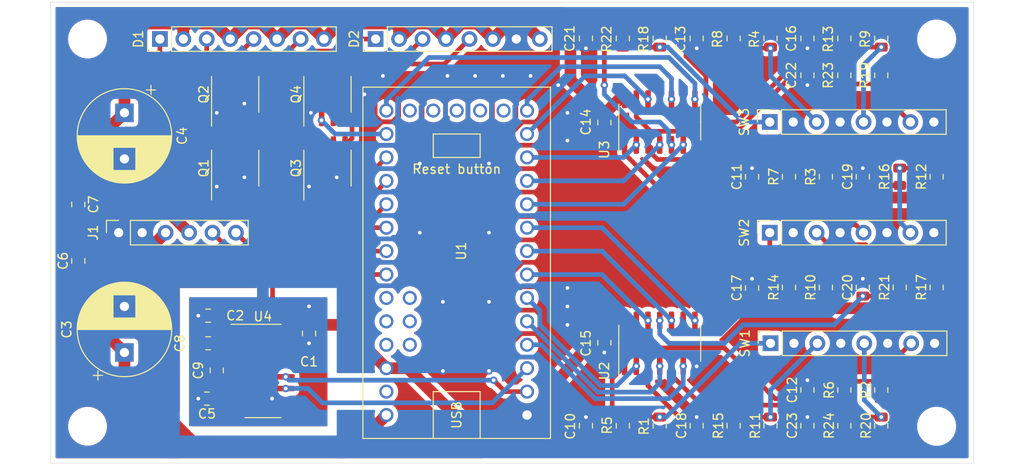
<source format=kicad_pcb>
(kicad_pcb (version 20171130) (host pcbnew 5.1.5-52549c5~84~ubuntu18.04.1)
  (layers (0 F.Cu signal) (31 B.Cu signal) (34 B.Paste user) (35 F.Paste user) (36 B.SilkS user) (37 F.SilkS user) (38 B.Mask user) (39 F.Mask user) (44 Edge.Cuts user))
  (net 0 "")
  (net 1 /3V3)
  (net 2 GNDD)
  (net 3 "Net-(C2-Pad1)")
  (net 4 D+5V)
  (net 5 D+12V)
  (net 6 "Net-(C5-Pad1)")
  (net 7 "Net-(C8-Pad2)")
  (net 8 "Net-(C8-Pad1)")
  (net 9 "Net-(C9-Pad2)")
  (net 10 "Net-(C9-Pad1)")
  (net 11 "Net-(C10-Pad1)")
  (net 12 "Net-(C11-Pad1)")
  (net 13 "Net-(C12-Pad1)")
  (net 14 "Net-(C13-Pad1)")
  (net 15 "Net-(C16-Pad1)")
  (net 16 "Net-(C17-Pad1)")
  (net 17 "Net-(C18-Pad1)")
  (net 18 "Net-(C19-Pad1)")
  (net 19 "Net-(C20-Pad1)")
  (net 20 "Net-(C21-Pad1)")
  (net 21 "Net-(C22-Pad1)")
  (net 22 "Net-(C23-Pad1)")
  (net 23 "Net-(D1-Pad7)")
  (net 24 "Net-(D1-Pad5)")
  (net 25 "Net-(D1-Pad3)")
  (net 26 "Net-(D1-Pad1)")
  (net 27 "Net-(D2-Pad5)")
  (net 28 "Net-(D2-Pad3)")
  (net 29 "Net-(D2-Pad1)")
  (net 30 "Net-(J1-Pad6)")
  (net 31 "Net-(J1-Pad5)")
  (net 32 /MCU_LED/mute_LED)
  (net 33 /MCU_LED/clipping_LED)
  (net 34 /MCU_LED/overdrive_LED)
  (net 35 /MCU_LED/comp_LED)
  (net 36 /MCU_LED/delay_LED)
  (net 37 /MCU_LED/octaver_LED)
  (net 38 /MCU_LED/reverb_LED)
  (net 39 "Net-(R1-Pad2)")
  (net 40 "Net-(R2-Pad2)")
  (net 41 "Net-(R3-Pad2)")
  (net 42 "Net-(R4-Pad2)")
  (net 43 "Net-(R13-Pad2)")
  (net 44 "Net-(R10-Pad2)")
  (net 45 "Net-(R11-Pad2)")
  (net 46 "Net-(R12-Pad2)")
  (net 47 "Net-(R17-Pad2)")
  (net 48 "Net-(R18-Pad2)")
  (net 49 "Net-(R19-Pad2)")
  (net 50 "Net-(R20-Pad2)")
  (net 51 "Net-(U1-Pad25)")
  (net 52 "Net-(U1-Pad24)")
  (net 53 "Net-(U1-PadAREF)")
  (net 54 /control_RX)
  (net 55 /control_TX)
  (net 56 /MCU_switchs/mute_sw)
  (net 57 /MCU_switchs/comp_sw)
  (net 58 /MCU_switchs/overdrive_sw)
  (net 59 /MCU_switchs/octaver_sw)
  (net 60 /MCU_switchs/delay_sw)
  (net 61 /MCU_switchs/delay_tap_button)
  (net 62 /MCU_switchs/reverb_sw)
  (net 63 /MCU_switchs/opt_1_sw)
  (net 64 /MCU_switchs/opt_2_sw)
  (net 65 /MCU_switchs/opt_3_sw)
  (net 66 /MCU_switchs/opt_4_sw)
  (net 67 "Net-(U1-Pad17_VIN)")
  (net 68 "Net-(U1-Pad3V3_2)")
  (net 69 "Net-(U1-PadGND_3)")
  (net 70 "Net-(U1-PadPROG)")
  (net 71 "Net-(U1-Pad26)")
  (net 72 /MCU_switchs/opt_5_sw)
  (net 73 "Net-(U1-Pad21)")
  (net 74 "Net-(U1-Pad22)")
  (net 75 "Net-(U1-Pad23)")
  (net 76 "Net-(U1-PadGND_2)")
  (net 77 "Net-(U4-Pad9)")
  (net 78 "Net-(U4-Pad8)")
  (net 79 "Net-(U4-Pad7)")
  (module MountingHole:MountingHole_3.2mm_M3 (layer F.Cu) (at 116 66)
    (fp_text reference REF** hide)
    (fp_text value MountingHole_3.2mm_M3)
    (pad 1 np_thru_hole circle (at 0 0) (size 3.2 3.2) (drill 3.2) (layers *.Cu *.Mask))
  )
  (module MountingHole:MountingHole_3.2mm_M3 (layer F.Cu) (at 116 24)
    (fp_text reference REF** hide)
    (fp_text value MountingHole_3.2mm_M3)
    (pad 1 np_thru_hole circle (at 0 0) (size 3.2 3.2) (drill 3.2) (layers *.Cu *.Mask))
  )
  (module MountingHole:MountingHole_3.2mm_M3 (layer F.Cu) (at 24 24)
    (fp_text reference REF** hide)
    (fp_text value MountingHole_3.2mm_M3)
    (pad 1 np_thru_hole circle (at 0 0) (size 3.2 3.2) (drill 3.2) (layers *.Cu *.Mask))
  )
  (module MountingHole:MountingHole_3.2mm_M3 (layer F.Cu) (at 24 66)
    (fp_text reference REF** hide)
    (fp_text value MountingHole_3.2mm_M3)
    (pad 1 np_thru_hole circle (at 0 0) (size 3.2 3.2) (drill 3.2) (layers *.Cu *.Mask))
  )
  (module Package_SO:SOIC-16_3.9x9.9mm_P1.27mm (layer F.Cu) (at 43 60)
    (fp_text reference U4 (at 0 -5.9) (layer F.SilkS))
    (fp_text value MAX3232)
    (pad 16 smd roundrect (at 2.475 -4.445) (size 1.95 0.6) (layers F.Cu F.Paste F.Mask) (net 1 /3V3))
    (pad 15 smd roundrect (at 2.475 -3.175) (size 1.95 0.6) (layers F.Cu F.Paste F.Mask) (net 2 GNDD))
    (pad 14 smd roundrect (at 2.475 -1.905) (size 1.95 0.6) (layers F.Cu F.Paste F.Mask) (net 30 "Net-(J1-Pad6)"))
    (pad 13 smd roundrect (at 2.475 -0.635) (size 1.95 0.6) (layers F.Cu F.Paste F.Mask) (net 31 "Net-(J1-Pad5)"))
    (pad 12 smd roundrect (at 2.475 0.635) (size 1.95 0.6) (layers F.Cu F.Paste F.Mask) (net 54 /control_RX))
    (pad 11 smd roundrect (at 2.475 1.905) (size 1.95 0.6) (layers F.Cu F.Paste F.Mask) (net 55 /control_TX))
    (pad 10 smd roundrect (at 2.475 3.175) (size 1.95 0.6) (layers F.Cu F.Paste F.Mask) (net 2 GNDD))
    (pad 9 smd roundrect (at 2.475 4.445) (size 1.95 0.6) (layers F.Cu F.Paste F.Mask) (net 77 "Net-(U4-Pad9)"))
    (pad 8 smd roundrect (at -2.475 4.445) (size 1.95 0.6) (layers F.Cu F.Paste F.Mask) (net 78 "Net-(U4-Pad8)"))
    (pad 7 smd roundrect (at -2.475 3.175) (size 1.95 0.6) (layers F.Cu F.Paste F.Mask) (net 79 "Net-(U4-Pad7)"))
    (pad 6 smd roundrect (at -2.475 1.905) (size 1.95 0.6) (layers F.Cu F.Paste F.Mask) (net 6 "Net-(C5-Pad1)"))
    (pad 5 smd roundrect (at -2.475 0.635) (size 1.95 0.6) (layers F.Cu F.Paste F.Mask) (net 9 "Net-(C9-Pad2)"))
    (pad 4 smd roundrect (at -2.475 -0.635) (size 1.95 0.6) (layers F.Cu F.Paste F.Mask) (net 10 "Net-(C9-Pad1)"))
    (pad 3 smd roundrect (at -2.475 -1.905) (size 1.95 0.6) (layers F.Cu F.Paste F.Mask) (net 7 "Net-(C8-Pad2)"))
    (pad 2 smd roundrect (at -2.475 -3.175) (size 1.95 0.6) (layers F.Cu F.Paste F.Mask) (net 3 "Net-(C2-Pad1)"))
    (pad 1 smd roundrect (at -2.475 -4.445) (size 1.95 0.6) (layers F.Cu F.Paste F.Mask) (net 8 "Net-(C8-Pad1)"))
  )
  (module Package_SO:SOIC-14_3.9x8.7mm_P1.27mm (layer F.Cu) (at 86 33 90)
    (fp_text reference U3 (at -3 -6 90) (layer F.SilkS))
    (fp_text value 74HC14)
    (pad 14 smd roundrect (at 2.475 -3.81 90) (size 1.95 0.6) (layers F.Cu F.Paste F.Mask) (net 1 /3V3))
    (pad 13 smd roundrect (at 2.475 -2.54 90) (size 1.95 0.6) (layers F.Cu F.Paste F.Mask) (net 21 "Net-(C22-Pad1)"))
    (pad 12 smd roundrect (at 2.475 -1.27 90) (size 1.95 0.6) (layers F.Cu F.Paste F.Mask) (net 72 /MCU_switchs/opt_5_sw))
    (pad 11 smd roundrect (at 2.475 0 90) (size 1.95 0.6) (layers F.Cu F.Paste F.Mask) (net 15 "Net-(C16-Pad1)"))
    (pad 10 smd roundrect (at 2.475 1.27 90) (size 1.95 0.6) (layers F.Cu F.Paste F.Mask) (net 66 /MCU_switchs/opt_4_sw))
    (pad 9 smd roundrect (at 2.475 2.54 90) (size 1.95 0.6) (layers F.Cu F.Paste F.Mask) (net 14 "Net-(C13-Pad1)"))
    (pad 8 smd roundrect (at 2.475 3.81 90) (size 1.95 0.6) (layers F.Cu F.Paste F.Mask) (net 65 /MCU_switchs/opt_3_sw))
    (pad 7 smd roundrect (at -2.475 3.81 90) (size 1.95 0.6) (layers F.Cu F.Paste F.Mask) (net 2 GNDD))
    (pad 6 smd roundrect (at -2.475 2.54 90) (size 1.95 0.6) (layers F.Cu F.Paste F.Mask) (net 64 /MCU_switchs/opt_2_sw))
    (pad 5 smd roundrect (at -2.475 1.27 90) (size 1.95 0.6) (layers F.Cu F.Paste F.Mask) (net 20 "Net-(C21-Pad1)"))
    (pad 4 smd roundrect (at -2.475 0 90) (size 1.95 0.6) (layers F.Cu F.Paste F.Mask) (net 63 /MCU_switchs/opt_1_sw))
    (pad 3 smd roundrect (at -2.475 -1.27 90) (size 1.95 0.6) (layers F.Cu F.Paste F.Mask) (net 18 "Net-(C19-Pad1)"))
    (pad 2 smd roundrect (at -2.475 -2.54 90) (size 1.95 0.6) (layers F.Cu F.Paste F.Mask) (net 62 /MCU_switchs/reverb_sw))
    (pad 1 smd roundrect (at -2.475 -3.81 90) (size 1.95 0.6) (layers F.Cu F.Paste F.Mask) (net 12 "Net-(C11-Pad1)"))
  )
  (module Package_SO:SOIC-14_3.9x8.7mm_P1.27mm (layer F.Cu) (at 86 57 90)
    (fp_text reference U2 (at -3 -6 90) (layer F.SilkS))
    (fp_text value 74HC14)
    (pad 14 smd roundrect (at 2.475 -3.81 90) (size 1.95 0.6) (layers F.Cu F.Paste F.Mask) (net 1 /3V3))
    (pad 13 smd roundrect (at 2.475 -2.54 90) (size 1.95 0.6) (layers F.Cu F.Paste F.Mask) (net 13 "Net-(C12-Pad1)"))
    (pad 12 smd roundrect (at 2.475 -1.27 90) (size 1.95 0.6) (layers F.Cu F.Paste F.Mask) (net 59 /MCU_switchs/octaver_sw))
    (pad 11 smd roundrect (at 2.475 0 90) (size 1.95 0.6) (layers F.Cu F.Paste F.Mask) (net 19 "Net-(C20-Pad1)"))
    (pad 10 smd roundrect (at 2.475 1.27 90) (size 1.95 0.6) (layers F.Cu F.Paste F.Mask) (net 61 /MCU_switchs/delay_tap_button))
    (pad 9 smd roundrect (at 2.475 2.54 90) (size 1.95 0.6) (layers F.Cu F.Paste F.Mask) (net 16 "Net-(C17-Pad1)"))
    (pad 8 smd roundrect (at 2.475 3.81 90) (size 1.95 0.6) (layers F.Cu F.Paste F.Mask) (net 60 /MCU_switchs/delay_sw))
    (pad 7 smd roundrect (at -2.475 3.81 90) (size 1.95 0.6) (layers F.Cu F.Paste F.Mask) (net 2 GNDD))
    (pad 6 smd roundrect (at -2.475 2.54 90) (size 1.95 0.6) (layers F.Cu F.Paste F.Mask) (net 58 /MCU_switchs/overdrive_sw))
    (pad 5 smd roundrect (at -2.475 1.27 90) (size 1.95 0.6) (layers F.Cu F.Paste F.Mask) (net 22 "Net-(C23-Pad1)"))
    (pad 4 smd roundrect (at -2.475 0 90) (size 1.95 0.6) (layers F.Cu F.Paste F.Mask) (net 57 /MCU_switchs/comp_sw))
    (pad 3 smd roundrect (at -2.475 -1.27 90) (size 1.95 0.6) (layers F.Cu F.Paste F.Mask) (net 17 "Net-(C18-Pad1)"))
    (pad 2 smd roundrect (at -2.475 -2.54 90) (size 1.95 0.6) (layers F.Cu F.Paste F.Mask) (net 56 /MCU_switchs/mute_sw))
    (pad 1 smd roundrect (at -2.475 -3.81 90) (size 1.95 0.6) (layers F.Cu F.Paste F.Mask) (net 11 "Net-(C10-Pad1)"))
  )
  (module bass_amplifier:Teensy_LC (layer F.Cu) (at 64 47 90)
    (fp_text reference U1 (at 0 0.5 90) (layer F.SilkS))
    (fp_text value Teensy_LC)
    (fp_text user "Reset button" (at 8.89 0) (layer F.SilkS))
    (fp_text user USB (at -17.78 0 90) (layer F.SilkS))
    (pad 25 thru_hole circle (at -5.08 -5.08 90) (size 1.524 1.524) (drill 1.016) (layers *.Cu *.Mask) (net 51 "Net-(U1-Pad25)"))
    (pad 24 thru_hole circle (at -7.62 -5.08 90) (size 1.524 1.524) (drill 1.016) (layers *.Cu *.Mask) (net 52 "Net-(U1-Pad24)"))
    (pad AREF thru_hole circle (at -10.16 -5.08 90) (size 1.524 1.524) (drill 1.016) (layers *.Cu *.Mask) (net 53 "Net-(U1-PadAREF)"))
    (pad GND_1 thru_hole circle (at -17.78 7.62 90) (size 1.524 1.524) (drill 1.016) (layers *.Cu *.Mask) (net 2 GNDD))
    (pad 0 thru_hole circle (at -15.24 7.62 90) (size 1.524 1.524) (drill 1.016) (layers *.Cu *.Mask) (net 54 /control_RX))
    (pad 1 thru_hole circle (at -12.7 7.62 90) (size 1.524 1.524) (drill 1.016) (layers *.Cu *.Mask) (net 55 /control_TX))
    (pad 2 thru_hole circle (at -10.16 7.62 90) (size 1.524 1.524) (drill 1.016) (layers *.Cu *.Mask) (net 58 /MCU_switchs/overdrive_sw))
    (pad 3 thru_hole circle (at -7.62 7.62 90) (size 1.524 1.524) (drill 1.016) (layers *.Cu *.Mask) (net 57 /MCU_switchs/comp_sw))
    (pad 4 thru_hole circle (at -5.08 7.62 90) (size 1.524 1.524) (drill 1.016) (layers *.Cu *.Mask) (net 56 /MCU_switchs/mute_sw))
    (pad 5 thru_hole circle (at -2.54 7.62 90) (size 1.524 1.524) (drill 1.016) (layers *.Cu *.Mask) (net 59 /MCU_switchs/octaver_sw))
    (pad 6 thru_hole circle (at 0 7.62 90) (size 1.524 1.524) (drill 1.016) (layers *.Cu *.Mask) (net 61 /MCU_switchs/delay_tap_button))
    (pad 7 thru_hole circle (at 2.54 7.62 90) (size 1.524 1.524) (drill 1.016) (layers *.Cu *.Mask) (net 60 /MCU_switchs/delay_sw))
    (pad 8 thru_hole circle (at 5.08 7.62 90) (size 1.524 1.524) (drill 1.016) (layers *.Cu *.Mask) (net 64 /MCU_switchs/opt_2_sw))
    (pad 9 thru_hole circle (at 7.62 7.62 90) (size 1.524 1.524) (drill 1.016) (layers *.Cu *.Mask) (net 63 /MCU_switchs/opt_1_sw))
    (pad 10 thru_hole circle (at 10.16 7.62 90) (size 1.524 1.524) (drill 1.016) (layers *.Cu *.Mask) (net 62 /MCU_switchs/reverb_sw))
    (pad 11 thru_hole circle (at 12.7 7.62 90) (size 1.524 1.524) (drill 1.016) (layers *.Cu *.Mask) (net 72 /MCU_switchs/opt_5_sw))
    (pad 12 thru_hole circle (at 15.24 7.62 90) (size 1.524 1.524) (drill 1.016) (layers *.Cu *.Mask) (net 66 /MCU_switchs/opt_4_sw))
    (pad 17_VIN thru_hole circle (at 15.24 5.08 90) (size 1.524 1.524) (drill 1.016) (layers *.Cu *.Mask) (net 67 "Net-(U1-Pad17_VIN)"))
    (pad 3V3_2 thru_hole circle (at 15.24 2.54 90) (size 1.524 1.524) (drill 1.016) (layers *.Cu *.Mask) (net 68 "Net-(U1-Pad3V3_2)"))
    (pad GND_3 thru_hole circle (at 15.24 0 90) (size 1.524 1.524) (drill 1.016) (layers *.Cu *.Mask) (net 69 "Net-(U1-PadGND_3)"))
    (pad PROG thru_hole circle (at 15.24 -2.54 90) (size 1.524 1.524) (drill 1.016) (layers *.Cu *.Mask) (net 70 "Net-(U1-PadPROG)"))
    (pad 26 thru_hole circle (at 15.24 -5.08 90) (size 1.524 1.524) (drill 1.016) (layers *.Cu *.Mask) (net 71 "Net-(U1-Pad26)"))
    (pad 13 thru_hole circle (at 15.24 -7.62 90) (size 1.524 1.524) (drill 1.016) (layers *.Cu *.Mask) (net 65 /MCU_switchs/opt_3_sw))
    (pad 14 thru_hole circle (at 12.7 -7.62 90) (size 1.524 1.524) (drill 1.016) (layers *.Cu *.Mask) (net 36 /MCU_LED/delay_LED))
    (pad 15 thru_hole circle (at 10.16 -7.62 90) (size 1.524 1.524) (drill 1.016) (layers *.Cu *.Mask) (net 38 /MCU_LED/reverb_LED))
    (pad 16 thru_hole circle (at 7.62 -7.62 90) (size 1.524 1.524) (drill 1.016) (layers *.Cu *.Mask) (net 37 /MCU_LED/octaver_LED))
    (pad 17 thru_hole circle (at 5.08 -7.62 90) (size 1.524 1.524) (drill 1.016) (layers *.Cu *.Mask) (net 34 /MCU_LED/overdrive_LED))
    (pad 18 thru_hole circle (at 2.54 -7.62 90) (size 1.524 1.524) (drill 1.016) (layers *.Cu *.Mask) (net 35 /MCU_LED/comp_LED))
    (pad 19 thru_hole circle (at 0 -7.62 90) (size 1.524 1.524) (drill 1.016) (layers *.Cu *.Mask) (net 33 /MCU_LED/clipping_LED))
    (pad 20 thru_hole circle (at -2.54 -7.62 90) (size 1.524 1.524) (drill 1.016) (layers *.Cu *.Mask) (net 32 /MCU_LED/mute_LED))
    (pad 21 thru_hole circle (at -5.08 -7.62 90) (size 1.524 1.524) (drill 1.016) (layers *.Cu *.Mask) (net 73 "Net-(U1-Pad21)"))
    (pad 22 thru_hole circle (at -7.62 -7.62 90) (size 1.524 1.524) (drill 1.016) (layers *.Cu *.Mask) (net 74 "Net-(U1-Pad22)"))
    (pad 23 thru_hole circle (at -10.16 -7.62 90) (size 1.524 1.524) (drill 1.016) (layers *.Cu *.Mask) (net 75 "Net-(U1-Pad23)"))
    (pad 3V3_1 thru_hole circle (at -12.7 -7.62 90) (size 1.524 1.524) (drill 1.016) (layers *.Cu *.Mask) (net 1 /3V3))
    (pad GND_2 thru_hole circle (at -15.24 -7.62 90) (size 1.524 1.524) (drill 1.016) (layers *.Cu *.Mask) (net 76 "Net-(U1-PadGND_2)"))
    (pad VIN thru_hole circle (at -17.78 -7.62 90) (size 1.524 1.524) (drill 1.016) (layers *.Cu *.Mask) (net 4 D+5V))
  )
  (module Connector_PinSocket_2.54mm:PinSocket_1x08_P2.54mm_Vertical (layer F.Cu) (at 97.92 33 90)
    (fp_text reference SW3 (at 0 -2.77 90) (layer F.SilkS))
    (fp_text value SPST)
    (pad 8 thru_hole oval (at 0 17.78 90) (size 1.7 1.7) (drill 1) (layers *.Cu *.Mask) (net 2 GNDD))
    (pad 7 thru_hole oval (at 0 15.24 90) (size 1.7 1.7) (drill 1) (layers *.Cu *.Mask) (net 49 "Net-(R19-Pad2)"))
    (pad 6 thru_hole oval (at 0 12.7 90) (size 1.7 1.7) (drill 1) (layers *.Cu *.Mask) (net 2 GNDD))
    (pad 5 thru_hole oval (at 0 10.16 90) (size 1.7 1.7) (drill 1) (layers *.Cu *.Mask) (net 43 "Net-(R13-Pad2)"))
    (pad 4 thru_hole oval (at 0 7.62 90) (size 1.7 1.7) (drill 1) (layers *.Cu *.Mask) (net 2 GNDD))
    (pad 3 thru_hole oval (at 0 5.08 90) (size 1.7 1.7) (drill 1) (layers *.Cu *.Mask) (net 42 "Net-(R4-Pad2)"))
    (pad 2 thru_hole oval (at 0 2.54 90) (size 1.7 1.7) (drill 1) (layers *.Cu *.Mask) (net 2 GNDD))
    (pad 1 thru_hole rect (at 0 0 90) (size 1.7 1.7) (drill 1) (layers *.Cu *.Mask) (net 48 "Net-(R18-Pad2)"))
  )
  (module Connector_PinSocket_2.54mm:PinSocket_1x08_P2.54mm_Vertical (layer F.Cu) (at 97.92 45 90)
    (fp_text reference SW2 (at 0 -2.77 90) (layer F.SilkS))
    (fp_text value SPST)
    (pad 8 thru_hole oval (at 0 17.78 90) (size 1.7 1.7) (drill 1) (layers *.Cu *.Mask) (net 2 GNDD))
    (pad 7 thru_hole oval (at 0 15.24 90) (size 1.7 1.7) (drill 1) (layers *.Cu *.Mask) (net 46 "Net-(R12-Pad2)"))
    (pad 6 thru_hole oval (at 0 12.7 90) (size 1.7 1.7) (drill 1) (layers *.Cu *.Mask) (net 2 GNDD))
    (pad 5 thru_hole oval (at 0 10.16 90) (size 1.7 1.7) (drill 1) (layers *.Cu *.Mask) (net 41 "Net-(R3-Pad2)"))
    (pad 4 thru_hole oval (at 0 7.62 90) (size 1.7 1.7) (drill 1) (layers *.Cu *.Mask) (net 2 GNDD))
    (pad 3 thru_hole oval (at 0 5.08 90) (size 1.7 1.7) (drill 1) (layers *.Cu *.Mask) (net 47 "Net-(R17-Pad2)"))
    (pad 2 thru_hole oval (at 0 2.54 90) (size 1.7 1.7) (drill 1) (layers *.Cu *.Mask) (net 2 GNDD))
    (pad 1 thru_hole rect (at 0 0 90) (size 1.7 1.7) (drill 1) (layers *.Cu *.Mask) (net 44 "Net-(R10-Pad2)"))
  )
  (module Connector_PinSocket_2.54mm:PinSocket_1x08_P2.54mm_Vertical (layer F.Cu) (at 98 57 90)
    (fp_text reference SW1 (at 0 -2.77 90) (layer F.SilkS))
    (fp_text value SPST)
    (pad 8 thru_hole oval (at 0 17.78 90) (size 1.7 1.7) (drill 1) (layers *.Cu *.Mask) (net 2 GNDD))
    (pad 7 thru_hole oval (at 0 15.24 90) (size 1.7 1.7) (drill 1) (layers *.Cu *.Mask) (net 40 "Net-(R2-Pad2)"))
    (pad 6 thru_hole oval (at 0 12.7 90) (size 1.7 1.7) (drill 1) (layers *.Cu *.Mask) (net 2 GNDD))
    (pad 5 thru_hole oval (at 0 10.16 90) (size 1.7 1.7) (drill 1) (layers *.Cu *.Mask) (net 50 "Net-(R20-Pad2)"))
    (pad 4 thru_hole oval (at 0 7.62 90) (size 1.7 1.7) (drill 1) (layers *.Cu *.Mask) (net 2 GNDD))
    (pad 3 thru_hole oval (at 0 5.08 90) (size 1.7 1.7) (drill 1) (layers *.Cu *.Mask) (net 45 "Net-(R11-Pad2)"))
    (pad 2 thru_hole oval (at 0 2.54 90) (size 1.7 1.7) (drill 1) (layers *.Cu *.Mask) (net 2 GNDD))
    (pad 1 thru_hole rect (at 0 0 90) (size 1.7 1.7) (drill 1) (layers *.Cu *.Mask) (net 39 "Net-(R1-Pad2)"))
  )
  (module Resistor_SMD:R_0805_2012Metric (layer F.Cu) (at 106 65.9375 90)
    (fp_text reference R24 (at 0 -1.65 90) (layer F.SilkS))
    (fp_text value 10k)
    (pad 2 smd roundrect (at 0.9375 0 90) (size 0.975 1.4) (layers F.Cu F.Paste F.Mask) (net 50 "Net-(R20-Pad2)"))
    (pad 1 smd roundrect (at -0.9375 0 90) (size 0.975 1.4) (layers F.Cu F.Paste F.Mask) (net 22 "Net-(C23-Pad1)"))
  )
  (module Resistor_SMD:R_0805_2012Metric (layer F.Cu) (at 106 27.9375 270)
    (fp_text reference R23 (at 0 1.75 90) (layer F.SilkS))
    (fp_text value 10k)
    (pad 2 smd roundrect (at 0.9375 0 270) (size 0.975 1.4) (layers F.Cu F.Paste F.Mask) (net 49 "Net-(R19-Pad2)"))
    (pad 1 smd roundrect (at -0.9375 0 270) (size 0.975 1.4) (layers F.Cu F.Paste F.Mask) (net 21 "Net-(C22-Pad1)"))
  )
  (module Resistor_SMD:R_0805_2012Metric (layer F.Cu) (at 82 23.9375 270)
    (fp_text reference R22 (at 0.0625 1.75 90) (layer F.SilkS))
    (fp_text value 10k)
    (pad 2 smd roundrect (at 0.9375 0 270) (size 0.975 1.4) (layers F.Cu F.Paste F.Mask) (net 48 "Net-(R18-Pad2)"))
    (pad 1 smd roundrect (at -0.9375 0 270) (size 0.975 1.4) (layers F.Cu F.Paste F.Mask) (net 20 "Net-(C21-Pad1)"))
  )
  (module Resistor_SMD:R_0805_2012Metric (layer F.Cu) (at 112 50.9375 90)
    (fp_text reference R21 (at 0 -1.65 90) (layer F.SilkS))
    (fp_text value 10k)
    (pad 2 smd roundrect (at 0.9375 0 90) (size 0.975 1.4) (layers F.Cu F.Paste F.Mask) (net 47 "Net-(R17-Pad2)"))
    (pad 1 smd roundrect (at -0.9375 0 90) (size 0.975 1.4) (layers F.Cu F.Paste F.Mask) (net 19 "Net-(C20-Pad1)"))
  )
  (module Resistor_SMD:R_0805_2012Metric (layer F.Cu) (at 110 65.9375 90)
    (fp_text reference R20 (at 0 -1.65 90) (layer F.SilkS))
    (fp_text value 10k)
    (pad 2 smd roundrect (at 0.9375 0 90) (size 0.975 1.4) (layers F.Cu F.Paste F.Mask) (net 50 "Net-(R20-Pad2)"))
    (pad 1 smd roundrect (at -0.9375 0 90) (size 0.975 1.4) (layers F.Cu F.Paste F.Mask) (net 1 /3V3))
  )
  (module Resistor_SMD:R_0805_2012Metric (layer F.Cu) (at 110 27.9375 270)
    (fp_text reference R19 (at 0 1.75 90) (layer F.SilkS))
    (fp_text value 10k)
    (pad 2 smd roundrect (at 0.9375 0 270) (size 0.975 1.4) (layers F.Cu F.Paste F.Mask) (net 49 "Net-(R19-Pad2)"))
    (pad 1 smd roundrect (at -0.9375 0 270) (size 0.975 1.4) (layers F.Cu F.Paste F.Mask) (net 1 /3V3))
  )
  (module Resistor_SMD:R_0805_2012Metric (layer F.Cu) (at 86 23.9375 270)
    (fp_text reference R18 (at 0.0625 1.75 90) (layer F.SilkS))
    (fp_text value 10k)
    (pad 2 smd roundrect (at 0.9375 0 270) (size 0.975 1.4) (layers F.Cu F.Paste F.Mask) (net 48 "Net-(R18-Pad2)"))
    (pad 1 smd roundrect (at -0.9375 0 270) (size 0.975 1.4) (layers F.Cu F.Paste F.Mask) (net 1 /3V3))
  )
  (module Resistor_SMD:R_0805_2012Metric (layer F.Cu) (at 116 50.9375 90)
    (fp_text reference R17 (at 0 -1.65 90) (layer F.SilkS))
    (fp_text value 10k)
    (pad 2 smd roundrect (at 0.9375 0 90) (size 0.975 1.4) (layers F.Cu F.Paste F.Mask) (net 47 "Net-(R17-Pad2)"))
    (pad 1 smd roundrect (at -0.9375 0 90) (size 0.975 1.4) (layers F.Cu F.Paste F.Mask) (net 1 /3V3))
  )
  (module Resistor_SMD:R_0805_2012Metric (layer F.Cu) (at 112 38.9375 90)
    (fp_text reference R16 (at 0 -1.65 90) (layer F.SilkS))
    (fp_text value 10k)
    (pad 2 smd roundrect (at 0.9375 0 90) (size 0.975 1.4) (layers F.Cu F.Paste F.Mask) (net 46 "Net-(R12-Pad2)"))
    (pad 1 smd roundrect (at -0.9375 0 90) (size 0.975 1.4) (layers F.Cu F.Paste F.Mask) (net 18 "Net-(C19-Pad1)"))
  )
  (module Resistor_SMD:R_0805_2012Metric (layer F.Cu) (at 94 65.9375 90)
    (fp_text reference R15 (at 0 -1.65 90) (layer F.SilkS))
    (fp_text value 10k)
    (pad 2 smd roundrect (at 0.9375 0 90) (size 0.975 1.4) (layers F.Cu F.Paste F.Mask) (net 45 "Net-(R11-Pad2)"))
    (pad 1 smd roundrect (at -0.9375 0 90) (size 0.975 1.4) (layers F.Cu F.Paste F.Mask) (net 17 "Net-(C18-Pad1)"))
  )
  (module Resistor_SMD:R_0805_2012Metric (layer F.Cu) (at 100 50.9375 90)
    (fp_text reference R14 (at 0 -1.65 90) (layer F.SilkS))
    (fp_text value 10k)
    (pad 2 smd roundrect (at 0.9375 0 90) (size 0.975 1.4) (layers F.Cu F.Paste F.Mask) (net 44 "Net-(R10-Pad2)"))
    (pad 1 smd roundrect (at -0.9375 0 90) (size 0.975 1.4) (layers F.Cu F.Paste F.Mask) (net 16 "Net-(C17-Pad1)"))
  )
  (module Resistor_SMD:R_0805_2012Metric (layer F.Cu) (at 106 23.9375 270)
    (fp_text reference R13 (at 0.0625 1.75 90) (layer F.SilkS))
    (fp_text value 10k)
    (pad 2 smd roundrect (at 0.9375 0 270) (size 0.975 1.4) (layers F.Cu F.Paste F.Mask) (net 43 "Net-(R13-Pad2)"))
    (pad 1 smd roundrect (at -0.9375 0 270) (size 0.975 1.4) (layers F.Cu F.Paste F.Mask) (net 15 "Net-(C16-Pad1)"))
  )
  (module Resistor_SMD:R_0805_2012Metric (layer F.Cu) (at 116 38.9375 90)
    (fp_text reference R12 (at 0 -1.65 90) (layer F.SilkS))
    (fp_text value 10k)
    (pad 2 smd roundrect (at 0.9375 0 90) (size 0.975 1.4) (layers F.Cu F.Paste F.Mask) (net 46 "Net-(R12-Pad2)"))
    (pad 1 smd roundrect (at -0.9375 0 90) (size 0.975 1.4) (layers F.Cu F.Paste F.Mask) (net 1 /3V3))
  )
  (module Resistor_SMD:R_0805_2012Metric (layer F.Cu) (at 98 65.9375 90)
    (fp_text reference R11 (at 0 -1.65 90) (layer F.SilkS))
    (fp_text value 10k)
    (pad 2 smd roundrect (at 0.9375 0 90) (size 0.975 1.4) (layers F.Cu F.Paste F.Mask) (net 45 "Net-(R11-Pad2)"))
    (pad 1 smd roundrect (at -0.9375 0 90) (size 0.975 1.4) (layers F.Cu F.Paste F.Mask) (net 1 /3V3))
  )
  (module Resistor_SMD:R_0805_2012Metric (layer F.Cu) (at 104 50.9375 90)
    (fp_text reference R10 (at 0 -1.65 90) (layer F.SilkS))
    (fp_text value 10k)
    (pad 2 smd roundrect (at 0.9375 0 90) (size 0.975 1.4) (layers F.Cu F.Paste F.Mask) (net 44 "Net-(R10-Pad2)"))
    (pad 1 smd roundrect (at -0.9375 0 90) (size 0.975 1.4) (layers F.Cu F.Paste F.Mask) (net 1 /3V3))
  )
  (module Resistor_SMD:R_0805_2012Metric (layer F.Cu) (at 110 23.9375 270)
    (fp_text reference R9 (at 0.0625 1.75 90) (layer F.SilkS))
    (fp_text value 10k)
    (pad 2 smd roundrect (at 0.9375 0 270) (size 0.975 1.4) (layers F.Cu F.Paste F.Mask) (net 43 "Net-(R13-Pad2)"))
    (pad 1 smd roundrect (at -0.9375 0 270) (size 0.975 1.4) (layers F.Cu F.Paste F.Mask) (net 1 /3V3))
  )
  (module Resistor_SMD:R_0805_2012Metric (layer F.Cu) (at 94 23.9375 270)
    (fp_text reference R8 (at 0.0625 1.75 90) (layer F.SilkS))
    (fp_text value 10k)
    (pad 2 smd roundrect (at 0.9375 0 270) (size 0.975 1.4) (layers F.Cu F.Paste F.Mask) (net 42 "Net-(R4-Pad2)"))
    (pad 1 smd roundrect (at -0.9375 0 270) (size 0.975 1.4) (layers F.Cu F.Paste F.Mask) (net 14 "Net-(C13-Pad1)"))
  )
  (module Resistor_SMD:R_0805_2012Metric (layer F.Cu) (at 100 38.9375 90)
    (fp_text reference R7 (at 0 -1.65 90) (layer F.SilkS))
    (fp_text value 10k)
    (pad 2 smd roundrect (at 0.9375 0 90) (size 0.975 1.4) (layers F.Cu F.Paste F.Mask) (net 41 "Net-(R3-Pad2)"))
    (pad 1 smd roundrect (at -0.9375 0 90) (size 0.975 1.4) (layers F.Cu F.Paste F.Mask) (net 12 "Net-(C11-Pad1)"))
  )
  (module Resistor_SMD:R_0805_2012Metric (layer F.Cu) (at 106 62.0625 90)
    (fp_text reference R6 (at 0 -1.65 90) (layer F.SilkS))
    (fp_text value 10k)
    (pad 2 smd roundrect (at 0.9375 0 90) (size 0.975 1.4) (layers F.Cu F.Paste F.Mask) (net 40 "Net-(R2-Pad2)"))
    (pad 1 smd roundrect (at -0.9375 0 90) (size 0.975 1.4) (layers F.Cu F.Paste F.Mask) (net 13 "Net-(C12-Pad1)"))
  )
  (module Resistor_SMD:R_0805_2012Metric (layer F.Cu) (at 82 65.9375 90)
    (fp_text reference R5 (at 0.0375 -1.7 90) (layer F.SilkS))
    (fp_text value 10k)
    (pad 2 smd roundrect (at 0.9375 0 90) (size 0.975 1.4) (layers F.Cu F.Paste F.Mask) (net 39 "Net-(R1-Pad2)"))
    (pad 1 smd roundrect (at -0.9375 0 90) (size 0.975 1.4) (layers F.Cu F.Paste F.Mask) (net 11 "Net-(C10-Pad1)"))
  )
  (module Resistor_SMD:R_0805_2012Metric (layer F.Cu) (at 98 23.9375 270)
    (fp_text reference R4 (at 0.0625 1.75 90) (layer F.SilkS))
    (fp_text value 10k)
    (pad 2 smd roundrect (at 0.9375 0 270) (size 0.975 1.4) (layers F.Cu F.Paste F.Mask) (net 42 "Net-(R4-Pad2)"))
    (pad 1 smd roundrect (at -0.9375 0 270) (size 0.975 1.4) (layers F.Cu F.Paste F.Mask) (net 1 /3V3))
  )
  (module Resistor_SMD:R_0805_2012Metric (layer F.Cu) (at 104 38.9375 90)
    (fp_text reference R3 (at 0 -1.65 90) (layer F.SilkS))
    (fp_text value 10k)
    (pad 2 smd roundrect (at 0.9375 0 90) (size 0.975 1.4) (layers F.Cu F.Paste F.Mask) (net 41 "Net-(R3-Pad2)"))
    (pad 1 smd roundrect (at -0.9375 0 90) (size 0.975 1.4) (layers F.Cu F.Paste F.Mask) (net 1 /3V3))
  )
  (module Resistor_SMD:R_0805_2012Metric (layer F.Cu) (at 110 62.0625 90)
    (fp_text reference R2 (at 0 -1.65 90) (layer F.SilkS))
    (fp_text value 10k)
    (pad 2 smd roundrect (at 0.9375 0 90) (size 0.975 1.4) (layers F.Cu F.Paste F.Mask) (net 40 "Net-(R2-Pad2)"))
    (pad 1 smd roundrect (at -0.9375 0 90) (size 0.975 1.4) (layers F.Cu F.Paste F.Mask) (net 1 /3V3))
  )
  (module Resistor_SMD:R_0805_2012Metric (layer F.Cu) (at 86 65.9375 90)
    (fp_text reference R1 (at -0.0625 -1.7 90) (layer F.SilkS))
    (fp_text value 10k)
    (pad 2 smd roundrect (at 0.9375 0 90) (size 0.975 1.4) (layers F.Cu F.Paste F.Mask) (net 39 "Net-(R1-Pad2)"))
    (pad 1 smd roundrect (at -0.9375 0 90) (size 0.975 1.4) (layers F.Cu F.Paste F.Mask) (net 1 /3V3))
  )
  (module Package_SO:SOIC-8_3.9x4.9mm_P1.27mm (layer F.Cu) (at 50 30 90)
    (fp_text reference Q4 (at 0 -3.4 90) (layer F.SilkS))
    (fp_text value TD9944)
    (pad 8 smd roundrect (at 2.475 -1.905 90) (size 1.95 0.6) (layers F.Cu F.Paste F.Mask) (net 28 "Net-(D2-Pad3)"))
    (pad 7 smd roundrect (at 2.475 -0.635 90) (size 1.95 0.6) (layers F.Cu F.Paste F.Mask) (net 28 "Net-(D2-Pad3)"))
    (pad 6 smd roundrect (at 2.475 0.635 90) (size 1.95 0.6) (layers F.Cu F.Paste F.Mask))
    (pad 5 smd roundrect (at 2.475 1.905 90) (size 1.95 0.6) (layers F.Cu F.Paste F.Mask))
    (pad 4 smd roundrect (at -2.475 1.905 90) (size 1.95 0.6) (layers F.Cu F.Paste F.Mask))
    (pad 3 smd roundrect (at -2.475 0.635 90) (size 1.95 0.6) (layers F.Cu F.Paste F.Mask))
    (pad 2 smd roundrect (at -2.475 -0.635 90) (size 1.95 0.6) (layers F.Cu F.Paste F.Mask) (net 36 /MCU_LED/delay_LED))
    (pad 1 smd roundrect (at -2.475 -1.905 90) (size 1.95 0.6) (layers F.Cu F.Paste F.Mask) (net 2 GNDD))
  )
  (module Package_SO:SOIC-8_3.9x4.9mm_P1.27mm (layer F.Cu) (at 50 38 90)
    (fp_text reference Q3 (at 0 -3.4 90) (layer F.SilkS))
    (fp_text value TD9944)
    (pad 8 smd roundrect (at 2.475 -1.905 90) (size 1.95 0.6) (layers F.Cu F.Paste F.Mask) (net 29 "Net-(D2-Pad1)"))
    (pad 7 smd roundrect (at 2.475 -0.635 90) (size 1.95 0.6) (layers F.Cu F.Paste F.Mask) (net 29 "Net-(D2-Pad1)"))
    (pad 6 smd roundrect (at 2.475 0.635 90) (size 1.95 0.6) (layers F.Cu F.Paste F.Mask) (net 27 "Net-(D2-Pad5)"))
    (pad 5 smd roundrect (at 2.475 1.905 90) (size 1.95 0.6) (layers F.Cu F.Paste F.Mask) (net 27 "Net-(D2-Pad5)"))
    (pad 4 smd roundrect (at -2.475 1.905 90) (size 1.95 0.6) (layers F.Cu F.Paste F.Mask) (net 38 /MCU_LED/reverb_LED))
    (pad 3 smd roundrect (at -2.475 0.635 90) (size 1.95 0.6) (layers F.Cu F.Paste F.Mask) (net 2 GNDD))
    (pad 2 smd roundrect (at -2.475 -0.635 90) (size 1.95 0.6) (layers F.Cu F.Paste F.Mask) (net 37 /MCU_LED/octaver_LED))
    (pad 1 smd roundrect (at -2.475 -1.905 90) (size 1.95 0.6) (layers F.Cu F.Paste F.Mask) (net 2 GNDD))
  )
  (module Package_SO:SOIC-8_3.9x4.9mm_P1.27mm (layer F.Cu) (at 40 30 90)
    (fp_text reference Q2 (at 0 -3.4 90) (layer F.SilkS))
    (fp_text value TD9944)
    (pad 8 smd roundrect (at 2.475 -1.905 90) (size 1.95 0.6) (layers F.Cu F.Paste F.Mask) (net 24 "Net-(D1-Pad5)"))
    (pad 7 smd roundrect (at 2.475 -0.635 90) (size 1.95 0.6) (layers F.Cu F.Paste F.Mask) (net 24 "Net-(D1-Pad5)"))
    (pad 6 smd roundrect (at 2.475 0.635 90) (size 1.95 0.6) (layers F.Cu F.Paste F.Mask) (net 23 "Net-(D1-Pad7)"))
    (pad 5 smd roundrect (at 2.475 1.905 90) (size 1.95 0.6) (layers F.Cu F.Paste F.Mask) (net 23 "Net-(D1-Pad7)"))
    (pad 4 smd roundrect (at -2.475 1.905 90) (size 1.95 0.6) (layers F.Cu F.Paste F.Mask) (net 34 /MCU_LED/overdrive_LED))
    (pad 3 smd roundrect (at -2.475 0.635 90) (size 1.95 0.6) (layers F.Cu F.Paste F.Mask) (net 2 GNDD))
    (pad 2 smd roundrect (at -2.475 -0.635 90) (size 1.95 0.6) (layers F.Cu F.Paste F.Mask) (net 35 /MCU_LED/comp_LED))
    (pad 1 smd roundrect (at -2.475 -1.905 90) (size 1.95 0.6) (layers F.Cu F.Paste F.Mask) (net 2 GNDD))
  )
  (module Package_SO:SOIC-8_3.9x4.9mm_P1.27mm (layer F.Cu) (at 40 38 90)
    (fp_text reference Q1 (at 0 -3.4 90) (layer F.SilkS))
    (fp_text value TD9944)
    (pad 8 smd roundrect (at 2.475 -1.905 90) (size 1.95 0.6) (layers F.Cu F.Paste F.Mask) (net 25 "Net-(D1-Pad3)"))
    (pad 7 smd roundrect (at 2.475 -0.635 90) (size 1.95 0.6) (layers F.Cu F.Paste F.Mask) (net 25 "Net-(D1-Pad3)"))
    (pad 6 smd roundrect (at 2.475 0.635 90) (size 1.95 0.6) (layers F.Cu F.Paste F.Mask) (net 26 "Net-(D1-Pad1)"))
    (pad 5 smd roundrect (at 2.475 1.905 90) (size 1.95 0.6) (layers F.Cu F.Paste F.Mask) (net 26 "Net-(D1-Pad1)"))
    (pad 4 smd roundrect (at -2.475 1.905 90) (size 1.95 0.6) (layers F.Cu F.Paste F.Mask) (net 33 /MCU_LED/clipping_LED))
    (pad 3 smd roundrect (at -2.475 0.635 90) (size 1.95 0.6) (layers F.Cu F.Paste F.Mask) (net 2 GNDD))
    (pad 2 smd roundrect (at -2.475 -0.635 90) (size 1.95 0.6) (layers F.Cu F.Paste F.Mask) (net 32 /MCU_LED/mute_LED))
    (pad 1 smd roundrect (at -2.475 -1.905 90) (size 1.95 0.6) (layers F.Cu F.Paste F.Mask) (net 2 GNDD))
  )
  (module Connector_PinSocket_2.54mm:PinSocket_1x06_P2.54mm_Vertical (layer F.Cu) (at 27.38 45 90)
    (fp_text reference J1 (at 0 -2.77 90) (layer F.SilkS))
    (fp_text value control)
    (pad 6 thru_hole oval (at 0 12.7 90) (size 1.7 1.7) (drill 1) (layers *.Cu *.Mask) (net 30 "Net-(J1-Pad6)"))
    (pad 5 thru_hole oval (at 0 10.16 90) (size 1.7 1.7) (drill 1) (layers *.Cu *.Mask) (net 31 "Net-(J1-Pad5)"))
    (pad 4 thru_hole oval (at 0 7.62 90) (size 1.7 1.7) (drill 1) (layers *.Cu *.Mask) (net 5 D+12V))
    (pad 3 thru_hole oval (at 0 5.08 90) (size 1.7 1.7) (drill 1) (layers *.Cu *.Mask) (net 4 D+5V))
    (pad 2 thru_hole oval (at 0 2.54 90) (size 1.7 1.7) (drill 1) (layers *.Cu *.Mask) (net 2 GNDD))
    (pad 1 thru_hole rect (at 0 0 90) (size 1.7 1.7) (drill 1) (layers *.Cu *.Mask) (net 2 GNDD))
  )
  (module Connector_PinHeader_2.54mm:PinHeader_1x08_P2.54mm_Vertical (layer F.Cu) (at 55.22 24 90)
    (fp_text reference D2 (at 0 -2.33 90) (layer F.SilkS))
    (fp_text value LED)
    (pad 8 thru_hole oval (at 0 17.78 90) (size 1.7 1.7) (drill 1) (layers *.Cu *.Mask) (net 5 D+12V))
    (pad 7 thru_hole oval (at 0 15.24 90) (size 1.7 1.7) (drill 1) (layers *.Cu *.Mask) (net 2 GNDD))
    (pad 6 thru_hole oval (at 0 12.7 90) (size 1.7 1.7) (drill 1) (layers *.Cu *.Mask) (net 5 D+12V))
    (pad 5 thru_hole oval (at 0 10.16 90) (size 1.7 1.7) (drill 1) (layers *.Cu *.Mask) (net 27 "Net-(D2-Pad5)"))
    (pad 4 thru_hole oval (at 0 7.62 90) (size 1.7 1.7) (drill 1) (layers *.Cu *.Mask) (net 5 D+12V))
    (pad 3 thru_hole oval (at 0 5.08 90) (size 1.7 1.7) (drill 1) (layers *.Cu *.Mask) (net 28 "Net-(D2-Pad3)"))
    (pad 2 thru_hole oval (at 0 2.54 90) (size 1.7 1.7) (drill 1) (layers *.Cu *.Mask) (net 5 D+12V))
    (pad 1 thru_hole rect (at 0 0 90) (size 1.7 1.7) (drill 1) (layers *.Cu *.Mask) (net 29 "Net-(D2-Pad1)"))
  )
  (module Connector_PinHeader_2.54mm:PinHeader_1x08_P2.54mm_Vertical (layer F.Cu) (at 31.84 24 90)
    (fp_text reference D1 (at 0 -2.33 90) (layer F.SilkS))
    (fp_text value LED)
    (pad 8 thru_hole oval (at 0 17.78 90) (size 1.7 1.7) (drill 1) (layers *.Cu *.Mask) (net 5 D+12V))
    (pad 7 thru_hole oval (at 0 15.24 90) (size 1.7 1.7) (drill 1) (layers *.Cu *.Mask) (net 23 "Net-(D1-Pad7)"))
    (pad 6 thru_hole oval (at 0 12.7 90) (size 1.7 1.7) (drill 1) (layers *.Cu *.Mask) (net 5 D+12V))
    (pad 5 thru_hole oval (at 0 10.16 90) (size 1.7 1.7) (drill 1) (layers *.Cu *.Mask) (net 24 "Net-(D1-Pad5)"))
    (pad 4 thru_hole oval (at 0 7.62 90) (size 1.7 1.7) (drill 1) (layers *.Cu *.Mask) (net 5 D+12V))
    (pad 3 thru_hole oval (at 0 5.08 90) (size 1.7 1.7) (drill 1) (layers *.Cu *.Mask) (net 25 "Net-(D1-Pad3)"))
    (pad 2 thru_hole oval (at 0 2.54 90) (size 1.7 1.7) (drill 1) (layers *.Cu *.Mask) (net 5 D+12V))
    (pad 1 thru_hole rect (at 0 0 90) (size 1.7 1.7) (drill 1) (layers *.Cu *.Mask) (net 26 "Net-(D1-Pad1)"))
  )
  (module Capacitor_SMD:C_0805_2012Metric (layer F.Cu) (at 102 65.9375 90)
    (fp_text reference C23 (at 0 -1.65 90) (layer F.SilkS))
    (fp_text value 0.1µF/25V)
    (pad 2 smd roundrect (at 0.9375 0 90) (size 0.975 1.4) (layers F.Cu F.Paste F.Mask) (net 2 GNDD))
    (pad 1 smd roundrect (at -0.9375 0 90) (size 0.975 1.4) (layers F.Cu F.Paste F.Mask) (net 22 "Net-(C23-Pad1)"))
  )
  (module Capacitor_SMD:C_0805_2012Metric (layer F.Cu) (at 102 27.9375 270)
    (fp_text reference C22 (at 0 1.75 90) (layer F.SilkS))
    (fp_text value 0.1µF/25V)
    (pad 2 smd roundrect (at 0.9375 0 270) (size 0.975 1.4) (layers F.Cu F.Paste F.Mask) (net 2 GNDD))
    (pad 1 smd roundrect (at -0.9375 0 270) (size 0.975 1.4) (layers F.Cu F.Paste F.Mask) (net 21 "Net-(C22-Pad1)"))
  )
  (module Capacitor_SMD:C_0805_2012Metric (layer F.Cu) (at 78 23.9375 270)
    (fp_text reference C21 (at 0 1.75 90) (layer F.SilkS))
    (fp_text value 0.1µF/25V)
    (pad 2 smd roundrect (at 0.9375 0 270) (size 0.975 1.4) (layers F.Cu F.Paste F.Mask) (net 2 GNDD))
    (pad 1 smd roundrect (at -0.9375 0 270) (size 0.975 1.4) (layers F.Cu F.Paste F.Mask) (net 20 "Net-(C21-Pad1)"))
  )
  (module Capacitor_SMD:C_0805_2012Metric (layer F.Cu) (at 108 50.9375 90)
    (fp_text reference C20 (at 0 -1.65 90) (layer F.SilkS))
    (fp_text value 0.1µF/25V)
    (pad 2 smd roundrect (at 0.9375 0 90) (size 0.975 1.4) (layers F.Cu F.Paste F.Mask) (net 2 GNDD))
    (pad 1 smd roundrect (at -0.9375 0 90) (size 0.975 1.4) (layers F.Cu F.Paste F.Mask) (net 19 "Net-(C20-Pad1)"))
  )
  (module Capacitor_SMD:C_0805_2012Metric (layer F.Cu) (at 108 38.9375 90)
    (fp_text reference C19 (at 0 -1.65 90) (layer F.SilkS))
    (fp_text value 0.1µF/25V)
    (pad 2 smd roundrect (at 0.9375 0 90) (size 0.975 1.4) (layers F.Cu F.Paste F.Mask) (net 2 GNDD))
    (pad 1 smd roundrect (at -0.9375 0 90) (size 0.975 1.4) (layers F.Cu F.Paste F.Mask) (net 18 "Net-(C19-Pad1)"))
  )
  (module Capacitor_SMD:C_0805_2012Metric (layer F.Cu) (at 90 65.9375 90)
    (fp_text reference C18 (at 0 -1.65 90) (layer F.SilkS))
    (fp_text value 0.1µF/25V)
    (pad 2 smd roundrect (at 0.9375 0 90) (size 0.975 1.4) (layers F.Cu F.Paste F.Mask) (net 2 GNDD))
    (pad 1 smd roundrect (at -0.9375 0 90) (size 0.975 1.4) (layers F.Cu F.Paste F.Mask) (net 17 "Net-(C18-Pad1)"))
  )
  (module Capacitor_SMD:C_0805_2012Metric (layer F.Cu) (at 96 51 90)
    (fp_text reference C17 (at 0 -1.65 90) (layer F.SilkS))
    (fp_text value 0.1µF/25V)
    (pad 2 smd roundrect (at 0.9375 0 90) (size 0.975 1.4) (layers F.Cu F.Paste F.Mask) (net 2 GNDD))
    (pad 1 smd roundrect (at -0.9375 0 90) (size 0.975 1.4) (layers F.Cu F.Paste F.Mask) (net 16 "Net-(C17-Pad1)"))
  )
  (module Capacitor_SMD:C_0805_2012Metric (layer F.Cu) (at 102 23.9375 270)
    (fp_text reference C16 (at 0 1.75 90) (layer F.SilkS))
    (fp_text value 0.1µF/25V)
    (pad 2 smd roundrect (at 0.9375 0 270) (size 0.975 1.4) (layers F.Cu F.Paste F.Mask) (net 2 GNDD))
    (pad 1 smd roundrect (at -0.9375 0 270) (size 0.975 1.4) (layers F.Cu F.Paste F.Mask) (net 15 "Net-(C16-Pad1)"))
  )
  (module Capacitor_SMD:C_0805_2012Metric (layer F.Cu) (at 80 56.9375 270)
    (fp_text reference C15 (at 0.0625 2 90) (layer F.SilkS))
    (fp_text value "1µF/10V/UL ESR")
    (pad 2 smd roundrect (at 0.9375 0 270) (size 0.975 1.4) (layers F.Cu F.Paste F.Mask) (net 2 GNDD))
    (pad 1 smd roundrect (at -0.9375 0 270) (size 0.975 1.4) (layers F.Cu F.Paste F.Mask) (net 1 /3V3))
  )
  (module Capacitor_SMD:C_0805_2012Metric (layer F.Cu) (at 80 33.0625 270)
    (fp_text reference C14 (at -0.0625 2 90) (layer F.SilkS))
    (fp_text value "1µF/10V/UL ESR")
    (pad 2 smd roundrect (at 0.9375 0 270) (size 0.975 1.4) (layers F.Cu F.Paste F.Mask) (net 2 GNDD))
    (pad 1 smd roundrect (at -0.9375 0 270) (size 0.975 1.4) (layers F.Cu F.Paste F.Mask) (net 1 /3V3))
  )
  (module Capacitor_SMD:C_0805_2012Metric (layer F.Cu) (at 90 23.9375 270)
    (fp_text reference C13 (at 0.0625 1.75 90) (layer F.SilkS))
    (fp_text value 0.1µF/25V)
    (pad 2 smd roundrect (at 0.9375 0 270) (size 0.975 1.4) (layers F.Cu F.Paste F.Mask) (net 2 GNDD))
    (pad 1 smd roundrect (at -0.9375 0 270) (size 0.975 1.4) (layers F.Cu F.Paste F.Mask) (net 14 "Net-(C13-Pad1)"))
  )
  (module Capacitor_SMD:C_0805_2012Metric (layer F.Cu) (at 102 62.0625 90)
    (fp_text reference C12 (at 0 -1.65 90) (layer F.SilkS))
    (fp_text value 0.1µF/25V)
    (pad 2 smd roundrect (at 0.9375 0 90) (size 0.975 1.4) (layers F.Cu F.Paste F.Mask) (net 2 GNDD))
    (pad 1 smd roundrect (at -0.9375 0 90) (size 0.975 1.4) (layers F.Cu F.Paste F.Mask) (net 13 "Net-(C12-Pad1)"))
  )
  (module Capacitor_SMD:C_0805_2012Metric (layer F.Cu) (at 96 38.9375 90)
    (fp_text reference C11 (at 0 -1.65 90) (layer F.SilkS))
    (fp_text value 0.1µF/25V)
    (pad 2 smd roundrect (at 0.9375 0 90) (size 0.975 1.4) (layers F.Cu F.Paste F.Mask) (net 2 GNDD))
    (pad 1 smd roundrect (at -0.9375 0 90) (size 0.975 1.4) (layers F.Cu F.Paste F.Mask) (net 12 "Net-(C11-Pad1)"))
  )
  (module Capacitor_SMD:C_0805_2012Metric (layer F.Cu) (at 78 65.9375 90)
    (fp_text reference C10 (at -0.0625 -1.7 90) (layer F.SilkS))
    (fp_text value 0.1µF/25V)
    (pad 2 smd roundrect (at 0.9375 0 90) (size 0.975 1.4) (layers F.Cu F.Paste F.Mask) (net 2 GNDD))
    (pad 1 smd roundrect (at -0.9375 0 90) (size 0.975 1.4) (layers F.Cu F.Paste F.Mask) (net 11 "Net-(C10-Pad1)"))
  )
  (module Capacitor_SMD:C_0805_2012Metric (layer F.Cu) (at 38 59.9375 270)
    (fp_text reference C9 (at 0 2 90) (layer F.SilkS))
    (fp_text value 0.1µF/25V)
    (pad 2 smd roundrect (at 0.9375 0 270) (size 0.975 1.4) (layers F.Cu F.Paste F.Mask) (net 9 "Net-(C9-Pad2)"))
    (pad 1 smd roundrect (at -0.9375 0 270) (size 0.975 1.4) (layers F.Cu F.Paste F.Mask) (net 10 "Net-(C9-Pad1)"))
  )
  (module Capacitor_SMD:C_0805_2012Metric (layer F.Cu) (at 37.0625 57)
    (fp_text reference C8 (at -3.0625 0 90) (layer F.SilkS))
    (fp_text value 0.1µF/25V)
    (pad 2 smd roundrect (at 0.9375 0) (size 0.975 1.4) (layers F.Cu F.Paste F.Mask) (net 7 "Net-(C8-Pad2)"))
    (pad 1 smd roundrect (at -0.9375 0) (size 0.975 1.4) (layers F.Cu F.Paste F.Mask) (net 8 "Net-(C8-Pad1)"))
  )
  (module Capacitor_SMD:C_0805_2012Metric (layer F.Cu) (at 23 41.9375 270)
    (fp_text reference C7 (at 0 -1.65 90) (layer F.SilkS))
    (fp_text value "2.2µF/25V/UL low ESR")
    (pad 2 smd roundrect (at 0.9375 0 270) (size 0.975 1.4) (layers F.Cu F.Paste F.Mask) (net 2 GNDD))
    (pad 1 smd roundrect (at -0.9375 0 270) (size 0.975 1.4) (layers F.Cu F.Paste F.Mask) (net 5 D+12V))
  )
  (module Capacitor_SMD:C_0805_2012Metric (layer F.Cu) (at 23 48.0625 90)
    (fp_text reference C6 (at 0 -1.65 90) (layer F.SilkS))
    (fp_text value "2.2µF/25V/UL low ESR")
    (pad 2 smd roundrect (at 0.9375 0 90) (size 0.975 1.4) (layers F.Cu F.Paste F.Mask) (net 2 GNDD))
    (pad 1 smd roundrect (at -0.9375 0 90) (size 0.975 1.4) (layers F.Cu F.Paste F.Mask) (net 4 D+5V))
  )
  (module Capacitor_SMD:C_0805_2012Metric (layer F.Cu) (at 36.9375 63 180)
    (fp_text reference C5 (at 0 -1.65) (layer F.SilkS))
    (fp_text value 0.1µF/25V)
    (pad 2 smd roundrect (at 0.9375 0 180) (size 0.975 1.4) (layers F.Cu F.Paste F.Mask) (net 2 GNDD))
    (pad 1 smd roundrect (at -0.9375 0 180) (size 0.975 1.4) (layers F.Cu F.Paste F.Mask) (net 6 "Net-(C5-Pad1)"))
  )
  (module Capacitor_THT:CP_Radial_D10.0mm_P5.00mm (layer F.Cu) (at 28 32 270)
    (fp_text reference C4 (at 2.5 -6.25 90) (layer F.SilkS))
    (fp_text value 1000µF/25V)
    (pad 2 thru_hole circle (at 5 0 270) (size 2 2) (drill 1) (layers *.Cu *.Mask) (net 2 GNDD))
    (pad 1 thru_hole rect (at 0 0 270) (size 2 2) (drill 1) (layers *.Cu *.Mask) (net 5 D+12V))
  )
  (module Capacitor_THT:CP_Radial_D10.0mm_P5.00mm (layer F.Cu) (at 28 58 90)
    (fp_text reference C3 (at 2.5 -6.25 90) (layer F.SilkS))
    (fp_text value 1000µF/25V)
    (pad 2 thru_hole circle (at 5 0 90) (size 2 2) (drill 1) (layers *.Cu *.Mask) (net 2 GNDD))
    (pad 1 thru_hole rect (at 0 0 90) (size 2 2) (drill 1) (layers *.Cu *.Mask) (net 4 D+5V))
  )
  (module Capacitor_SMD:C_0805_2012Metric (layer F.Cu) (at 37.0625 54 180)
    (fp_text reference C2 (at -2.9375 0) (layer F.SilkS))
    (fp_text value 0.1µF/25V)
    (pad 2 smd roundrect (at 0.9375 0 180) (size 0.975 1.4) (layers F.Cu F.Paste F.Mask) (net 2 GNDD))
    (pad 1 smd roundrect (at -0.9375 0 180) (size 0.975 1.4) (layers F.Cu F.Paste F.Mask) (net 3 "Net-(C2-Pad1)"))
  )
  (module Capacitor_SMD:C_0805_2012Metric (layer F.Cu) (at 48 55.9375 90)
    (fp_text reference C1 (at -3.0625 0 180) (layer F.SilkS))
    (fp_text value 0.1µF/25V)
    (pad 2 smd roundrect (at 0.9375 0 90) (size 0.975 1.4) (layers F.Cu F.Paste F.Mask) (net 1 /3V3))
    (pad 1 smd roundrect (at -0.9375 0 90) (size 0.975 1.4) (layers F.Cu F.Paste F.Mask) (net 2 GNDD))
  )
  (gr_line (start 120 70) (end 20 70) (layer Edge.Cuts) (width 0.05))
  (gr_line (start 120 20) (end 120 70) (layer Edge.Cuts) (width 0.05))
  (gr_line (start 20 20) (end 120 20) (layer Edge.Cuts) (width 0.05))
  (gr_line (start 20 20) (end 20 70) (layer Edge.Cuts) (width 0.05))
  (segment (start 47.445 55.555) (end 48 55) (width 0.508) (layer F.Cu) (net 1))
  (segment (start 45.475 55.555) (end 47.445 55.555) (width 0.508) (layer F.Cu) (net 1))
  (segment (start 51.68 55) (end 48 55) (width 1.27) (layer F.Cu) (net 1))
  (segment (start 56.38 59.7) (end 51.68 55) (width 1.27) (layer F.Cu) (net 1))
  (segment (start 56.38 59.7) (end 58.7 59.7) (width 1.27) (layer F.Cu) (net 1))
  (segment (start 85.514473 67.360527) (end 86 66.875) (width 1.27) (layer F.Cu) (net 1))
  (segment (start 84.67749 68.19751) (end 85.514473 67.360527) (width 1.27) (layer F.Cu) (net 1))
  (segment (start 67.19751 68.19751) (end 84.67749 68.19751) (width 1.27) (layer F.Cu) (net 1))
  (segment (start 58.7 59.7) (end 67.19751 68.19751) (width 1.27) (layer F.Cu) (net 1))
  (segment (start 97.514473 67.360527) (end 98 66.875) (width 1.27) (layer F.Cu) (net 1))
  (segment (start 96.67749 68.19751) (end 97.514473 67.360527) (width 1.27) (layer F.Cu) (net 1))
  (segment (start 87.32251 68.19751) (end 96.67749 68.19751) (width 1.27) (layer F.Cu) (net 1))
  (segment (start 86 66.875) (end 87.32251 68.19751) (width 1.27) (layer F.Cu) (net 1))
  (segment (start 109.514473 67.360527) (end 110 66.875) (width 1.27) (layer F.Cu) (net 1))
  (segment (start 99.32251 68.19751) (end 108.67749 68.19751) (width 1.27) (layer F.Cu) (net 1))
  (segment (start 108.67749 68.19751) (end 109.514473 67.360527) (width 1.27) (layer F.Cu) (net 1))
  (segment (start 98 66.875) (end 99.32251 68.19751) (width 1.27) (layer F.Cu) (net 1))
  (segment (start 80.715 56) (end 82.19 54.525) (width 1.27) (layer F.Cu) (net 1))
  (segment (start 80 56) (end 80.715 56) (width 1.27) (layer F.Cu) (net 1))
  (segment (start 80 56) (end 79.3 56) (width 1.27) (layer F.Cu) (net 1))
  (segment (start 67.19751 68.19751) (end 72.80249 68.19751) (width 1.27) (layer F.Cu) (net 1))
  (segment (start 75 66) (end 75 61) (width 1.27) (layer F.Cu) (net 1))
  (segment (start 72.80249 68.19751) (end 75 66) (width 1.27) (layer F.Cu) (net 1))
  (segment (start 79.3 56) (end 75 61) (width 1.27) (layer F.Cu) (net 1))
  (segment (start 80 32.125) (end 82 30.125) (width 1.27) (layer F.Cu) (net 1))
  (segment (start 82 30.335) (end 82.19 30.525) (width 1.27) (layer F.Cu) (net 1))
  (segment (start 82 30.125) (end 82 30.335) (width 1.27) (layer F.Cu) (net 1))
  (segment (start 97.514473 22.514473) (end 98 23) (width 1.27) (layer F.Cu) (net 1))
  (segment (start 96.67749 21.67749) (end 97.514473 22.514473) (width 1.27) (layer F.Cu) (net 1))
  (segment (start 87.32251 21.67749) (end 96.67749 21.67749) (width 1.27) (layer F.Cu) (net 1))
  (segment (start 86 23) (end 87.32251 21.67749) (width 1.27) (layer F.Cu) (net 1))
  (segment (start 109.514473 22.514473) (end 110 23) (width 1.27) (layer F.Cu) (net 1))
  (segment (start 108.67749 21.67749) (end 109.514473 22.514473) (width 1.27) (layer F.Cu) (net 1))
  (segment (start 99.32251 21.67749) (end 108.67749 21.67749) (width 1.27) (layer F.Cu) (net 1))
  (segment (start 98 23) (end 99.32251 21.67749) (width 1.27) (layer F.Cu) (net 1))
  (segment (start 110.7 63) (end 112 61.7) (width 1.27) (layer F.Cu) (net 1))
  (segment (start 110 63) (end 110.7 63) (width 1.27) (layer F.Cu) (net 1))
  (segment (start 112 61.7) (end 112 61) (width 1.27) (layer F.Cu) (net 1))
  (segment (start 112 61) (end 113 60) (width 1.27) (layer F.Cu) (net 1))
  (segment (start 113 60) (end 116 60) (width 1.27) (layer F.Cu) (net 1))
  (segment (start 116 60) (end 118 58) (width 1.27) (layer F.Cu) (net 1))
  (segment (start 118 53.875) (end 116 51.875) (width 1.27) (layer F.Cu) (net 1))
  (segment (start 118 58) (end 118 53.875) (width 1.27) (layer F.Cu) (net 1))
  (segment (start 116.7 51.875) (end 118 50.575) (width 1.27) (layer F.Cu) (net 1))
  (segment (start 116 51.875) (end 116.7 51.875) (width 1.27) (layer F.Cu) (net 1))
  (segment (start 118 41.875) (end 116 39.875) (width 1.27) (layer F.Cu) (net 1))
  (segment (start 118 50.575) (end 118 41.875) (width 1.27) (layer F.Cu) (net 1))
  (segment (start 115.514473 52.360527) (end 116 51.875) (width 1.27) (layer F.Cu) (net 1))
  (segment (start 114.67749 53.19751) (end 115.514473 52.360527) (width 1.27) (layer F.Cu) (net 1))
  (segment (start 105.32251 53.19751) (end 114.67749 53.19751) (width 1.27) (layer F.Cu) (net 1))
  (segment (start 104 51.875) (end 105.32251 53.19751) (width 1.27) (layer F.Cu) (net 1))
  (segment (start 104.485527 40.360527) (end 104 39.875) (width 1.27) (layer F.Cu) (net 1))
  (segment (start 105.32251 41.19751) (end 104.485527 40.360527) (width 1.27) (layer F.Cu) (net 1))
  (segment (start 114.67749 41.19751) (end 105.32251 41.19751) (width 1.27) (layer F.Cu) (net 1))
  (segment (start 116 39.875) (end 114.67749 41.19751) (width 1.27) (layer F.Cu) (net 1))
  (segment (start 118 38.225598) (end 118 32.806198) (width 1.27) (layer F.Cu) (net 1))
  (segment (start 116 39.875) (end 116.350598 39.875) (width 1.27) (layer F.Cu) (net 1))
  (segment (start 116.350598 39.875) (end 118 38.225598) (width 1.27) (layer F.Cu) (net 1))
  (segment (start 110.7 27) (end 112 28.3) (width 1.27) (layer F.Cu) (net 1))
  (segment (start 110 27) (end 110.7 27) (width 1.27) (layer F.Cu) (net 1))
  (segment (start 115.193802 30) (end 118 32.806198) (width 1.27) (layer F.Cu) (net 1))
  (segment (start 113 30) (end 112 29) (width 1.27) (layer F.Cu) (net 1))
  (segment (start 115.193802 30) (end 113 30) (width 1.27) (layer F.Cu) (net 1))
  (segment (start 112 28.3) (end 112 29) (width 1.27) (layer F.Cu) (net 1))
  (segment (start 84.67749 21.67749) (end 76.32251 21.67749) (width 1.27) (layer F.Cu) (net 1))
  (segment (start 86 23) (end 84.67749 21.67749) (width 1.27) (layer F.Cu) (net 1))
  (segment (start 76.32251 28.44751) (end 80 32.125) (width 1.27) (layer F.Cu) (net 1))
  (segment (start 76.32251 21.67749) (end 76.32251 28.44751) (width 1.27) (layer F.Cu) (net 1))
  (segment (start 112 24.3) (end 112 29) (width 1.27) (layer F.Cu) (net 1))
  (segment (start 110.7 23) (end 112 24.3) (width 1.27) (layer F.Cu) (net 1))
  (segment (start 110 23) (end 110.7 23) (width 1.27) (layer F.Cu) (net 1))
  (segment (start 111.53501 66.03999) (end 110.7 66.875) (width 1.27) (layer F.Cu) (net 1))
  (segment (start 111.53501 64.309412) (end 111.53501 66.03999) (width 1.27) (layer F.Cu) (net 1))
  (segment (start 110.225598 63) (end 111.53501 64.309412) (width 1.27) (layer F.Cu) (net 1))
  (segment (start 110.7 66.875) (end 110 66.875) (width 1.27) (layer F.Cu) (net 1))
  (segment (start 110 63) (end 110.225598 63) (width 1.27) (layer F.Cu) (net 1))
  (segment (start 70.5 28) (end 70.5 28.5) (width 0.508) (layer B.Cu) (net 2))
  (segment (start 72.203681 58.483999) (end 70.016001 58.483999) (width 0.508) (layer B.Cu) (net 2))
  (segment (start 73 58.5) (end 72.219682 58.5) (width 0.508) (layer B.Cu) (net 2))
  (segment (start 72.219682 58.5) (end 72.203681 58.483999) (width 0.508) (layer B.Cu) (net 2))
  (segment (start 71.144317 50.756001) (end 73.256001 50.756001) (width 0.508) (layer B.Cu) (net 2))
  (segment (start 69 51) (end 70.900318 51) (width 0.508) (layer B.Cu) (net 2))
  (segment (start 70.900318 51) (end 71.144317 50.756001) (width 0.508) (layer B.Cu) (net 2))
  (segment (start 73.256001 50.756001) (end 73.5 51) (width 0.508) (layer B.Cu) (net 2))
  (via (at 44 63) (size 0.8) (drill 0.4) (layers F.Cu B.Cu) (net 2))
  (segment (start 45.475 63.175) (end 44.175 63.175) (width 0.508) (layer F.Cu) (net 2))
  (segment (start 44.175 63.175) (end 44 63) (width 0.508) (layer F.Cu) (net 2))
  (via (at 36 63) (size 0.8) (drill 0.4) (layers F.Cu B.Cu) (net 2))
  (via (at 48 57) (size 0.8) (drill 0.4) (layers F.Cu B.Cu) (net 2))
  (segment (start 48 56.875) (end 48 57) (width 0.508) (layer F.Cu) (net 2))
  (segment (start 43 53) (end 43 50) (width 1.27) (layer B.Cu) (net 2))
  (via (at 48.19499 32) (size 0.8) (drill 0.4) (layers F.Cu B.Cu) (net 2))
  (segment (start 48.095 32.475) (end 48.095 32.09999) (width 0.508) (layer F.Cu) (net 2))
  (segment (start 48.095 32.09999) (end 48.19499 32) (width 0.508) (layer F.Cu) (net 2))
  (segment (start 38.095 40.475) (end 38.095 40.095) (width 0.508) (layer F.Cu) (net 2))
  (via (at 38 40) (size 0.8) (drill 0.4) (layers F.Cu B.Cu) (net 2))
  (segment (start 38.095 40.095) (end 38 40) (width 0.508) (layer F.Cu) (net 2))
  (via (at 41 39) (size 0.8) (drill 0.4) (layers F.Cu B.Cu) (net 2))
  (segment (start 40.635 40.475) (end 40.635 39.365) (width 0.508) (layer F.Cu) (net 2))
  (segment (start 40.635 39.365) (end 41 39) (width 0.508) (layer F.Cu) (net 2))
  (via (at 48 40) (size 0.8) (drill 0.4) (layers F.Cu B.Cu) (net 2))
  (segment (start 48.095 40.475) (end 48.095 40.095) (width 0.508) (layer F.Cu) (net 2))
  (segment (start 48.095 40.095) (end 48 40) (width 0.508) (layer F.Cu) (net 2))
  (via (at 51 39) (size 0.8) (drill 0.4) (layers F.Cu B.Cu) (net 2))
  (segment (start 50.635 40.475) (end 50.635 39.365) (width 0.508) (layer F.Cu) (net 2))
  (segment (start 50.635 39.365) (end 51 39) (width 0.508) (layer F.Cu) (net 2))
  (segment (start 38.095 32.475) (end 38.095 32.095) (width 0.508) (layer F.Cu) (net 2))
  (via (at 38 32) (size 0.8) (drill 0.4) (layers F.Cu B.Cu) (net 2))
  (segment (start 38.095 32.095) (end 38 32) (width 0.508) (layer F.Cu) (net 2))
  (via (at 41 31) (size 0.8) (drill 0.4) (layers F.Cu B.Cu) (net 2))
  (segment (start 40.635 32.475) (end 40.635 31.365) (width 0.508) (layer F.Cu) (net 2))
  (segment (start 40.635 31.365) (end 41 31) (width 0.508) (layer F.Cu) (net 2))
  (segment (start 70.296001 31.284317) (end 70.296001 33.203999) (width 0.508) (layer B.Cu) (net 2))
  (segment (start 70.5 28.5) (end 70.5 31.080318) (width 0.508) (layer B.Cu) (net 2))
  (segment (start 70.5 31.080318) (end 70.296001 31.284317) (width 0.508) (layer B.Cu) (net 2))
  (segment (start 70.296001 33.203999) (end 69.5 34) (width 0.508) (layer B.Cu) (net 2))
  (segment (start 69.5 34) (end 68.5 34) (width 0.508) (layer B.Cu) (net 2))
  (segment (start 67.756001 33.256001) (end 67.756001 29.743999) (width 0.508) (layer B.Cu) (net 2))
  (segment (start 68.5 34) (end 67.756001 33.256001) (width 0.508) (layer B.Cu) (net 2))
  (segment (start 67.756001 29.743999) (end 67.012002 29) (width 0.508) (layer B.Cu) (net 2))
  (segment (start 67.012002 29) (end 66 29) (width 0.508) (layer B.Cu) (net 2))
  (segment (start 65.216001 29.783999) (end 65.216001 33.716001) (width 0.508) (layer B.Cu) (net 2))
  (segment (start 66 29) (end 65.216001 29.783999) (width 0.508) (layer B.Cu) (net 2))
  (segment (start 65.216001 33.716001) (end 64.432002 34.5) (width 0.508) (layer B.Cu) (net 2))
  (segment (start 64.432002 34.5) (end 63 34.5) (width 0.508) (layer B.Cu) (net 2))
  (segment (start 62.783999 32.343681) (end 62.783999 29.216001) (width 0.508) (layer B.Cu) (net 2))
  (segment (start 63 34.5) (end 63 32.559682) (width 0.508) (layer B.Cu) (net 2))
  (segment (start 63 32.559682) (end 62.783999 32.343681) (width 0.508) (layer B.Cu) (net 2))
  (segment (start 62.783999 29.216001) (end 62.5 29.5) (width 0.508) (layer B.Cu) (net 2))
  (segment (start 62.5 29.5) (end 60.5 29.5) (width 0.508) (layer B.Cu) (net 2))
  (segment (start 60.136001 31.363999) (end 60.136001 34.363999) (width 0.508) (layer B.Cu) (net 2))
  (segment (start 60.5 29.5) (end 60.5 31) (width 0.508) (layer B.Cu) (net 2))
  (segment (start 60.5 31) (end 60.136001 31.363999) (width 0.508) (layer B.Cu) (net 2))
  (segment (start 58.983999 35.516001) (end 54.516001 35.516001) (width 0.508) (layer B.Cu) (net 2))
  (segment (start 60.136001 34.363999) (end 58.983999 35.516001) (width 0.508) (layer B.Cu) (net 2))
  (segment (start 54.516001 35.516001) (end 54.5 35.532002) (width 0.508) (layer B.Cu) (net 2))
  (segment (start 54.5 35.532002) (end 54.5 36.759682) (width 0.508) (layer B.Cu) (net 2))
  (segment (start 54.5 36.759682) (end 54.5 38) (width 0.508) (layer B.Cu) (net 2))
  (segment (start 55.796319 38.056001) (end 58.556001 38.056001) (width 0.508) (layer B.Cu) (net 2))
  (segment (start 54.5 38) (end 55.740318 38) (width 0.508) (layer B.Cu) (net 2))
  (segment (start 55.740318 38) (end 55.796319 38.056001) (width 0.508) (layer B.Cu) (net 2))
  (segment (start 58.556001 38.056001) (end 58.5 38.112002) (width 0.508) (layer B.Cu) (net 2))
  (segment (start 58.5 38.112002) (end 58.5 40.5) (width 0.508) (layer B.Cu) (net 2))
  (segment (start 56.963681 40.596001) (end 54.596001 40.596001) (width 0.508) (layer B.Cu) (net 2))
  (segment (start 58.5 40.5) (end 57.059682 40.5) (width 0.508) (layer B.Cu) (net 2))
  (segment (start 57.059682 40.5) (end 56.963681 40.596001) (width 0.508) (layer B.Cu) (net 2))
  (segment (start 54.596001 40.596001) (end 54.596001 42.903999) (width 0.508) (layer B.Cu) (net 2))
  (segment (start 54.828003 43.136001) (end 58.363999 43.136001) (width 0.508) (layer B.Cu) (net 2))
  (segment (start 54.596001 42.903999) (end 54.828003 43.136001) (width 0.508) (layer B.Cu) (net 2))
  (segment (start 58.363999 43.136001) (end 58.5 43.272002) (width 0.508) (layer B.Cu) (net 2))
  (segment (start 58.5 43.272002) (end 58.5 45.5) (width 0.508) (layer B.Cu) (net 2))
  (segment (start 56.963681 45.676001) (end 55.176001 45.676001) (width 0.508) (layer B.Cu) (net 2))
  (segment (start 58.5 45.5) (end 57.139682 45.5) (width 0.508) (layer B.Cu) (net 2))
  (segment (start 57.139682 45.5) (end 56.963681 45.676001) (width 0.508) (layer B.Cu) (net 2))
  (segment (start 55.5 46.080318) (end 55 46.580318) (width 0.508) (layer B.Cu) (net 2))
  (segment (start 55.176001 45.676001) (end 55.5 46) (width 0.508) (layer B.Cu) (net 2))
  (segment (start 55.5 46) (end 55.5 46.080318) (width 0.508) (layer B.Cu) (net 2))
  (segment (start 55 46.580318) (end 55 48) (width 0.508) (layer B.Cu) (net 2))
  (segment (start 55 48) (end 55.580318 48) (width 0.508) (layer B.Cu) (net 2))
  (segment (start 55.796319 48.216001) (end 58.216001 48.216001) (width 0.508) (layer B.Cu) (net 2))
  (segment (start 55.580318 48) (end 55.796319 48.216001) (width 0.508) (layer B.Cu) (net 2))
  (segment (start 58.216001 48.216001) (end 58 48.432002) (width 0.508) (layer B.Cu) (net 2))
  (segment (start 56.963681 50.756001) (end 55.243999 50.756001) (width 0.508) (layer B.Cu) (net 2))
  (segment (start 58 48.432002) (end 58 49.719682) (width 0.508) (layer B.Cu) (net 2))
  (segment (start 58 49.719682) (end 56.963681 50.756001) (width 0.508) (layer B.Cu) (net 2))
  (segment (start 55.243999 50.756001) (end 55 51) (width 0.508) (layer B.Cu) (net 2))
  (segment (start 69.5 34) (end 69.5 43) (width 0.508) (layer B.Cu) (net 2))
  (segment (start 69.636001 43.136001) (end 73.636001 43.136001) (width 0.508) (layer B.Cu) (net 2))
  (segment (start 69.5 43) (end 69.636001 43.136001) (width 0.508) (layer B.Cu) (net 2))
  (segment (start 73.636001 43.136001) (end 74 43.5) (width 0.508) (layer B.Cu) (net 2))
  (via (at 78 65) (size 0.8) (drill 0.4) (layers F.Cu B.Cu) (net 2))
  (via (at 80 58) (size 0.8) (drill 0.4) (layers F.Cu B.Cu) (net 2))
  (segment (start 80 57.875) (end 80 58) (width 0.508) (layer F.Cu) (net 2))
  (via (at 90 59.5) (size 0.8) (drill 0.4) (layers F.Cu B.Cu) (net 2))
  (segment (start 89.81 59.475) (end 89.975 59.475) (width 0.508) (layer F.Cu) (net 2))
  (segment (start 89.975 59.475) (end 90 59.5) (width 0.508) (layer F.Cu) (net 2))
  (via (at 90 65) (size 0.8) (drill 0.4) (layers F.Cu B.Cu) (net 2))
  (via (at 67.5 37.5) (size 0.8) (drill 0.4) (layers F.Cu B.Cu) (net 2))
  (segment (start 69.5 34) (end 69.5 35.5) (width 0.508) (layer B.Cu) (net 2))
  (segment (start 69.5 35.5) (end 67.5 37.5) (width 0.508) (layer B.Cu) (net 2))
  (via (at 60 37.5) (size 0.8) (drill 0.4) (layers F.Cu B.Cu) (net 2))
  (segment (start 67.5 37.5) (end 60 37.5) (width 0.508) (layer F.Cu) (net 2))
  (via (at 60 45) (size 0.8) (drill 0.4) (layers F.Cu B.Cu) (net 2))
  (segment (start 60 37.5) (end 60 45) (width 0.508) (layer B.Cu) (net 2))
  (via (at 67.5 45) (size 0.8) (drill 0.4) (layers F.Cu B.Cu) (net 2))
  (segment (start 60 45) (end 67.5 45) (width 0.508) (layer B.Cu) (net 2))
  (via (at 67.5 52.5) (size 0.8) (drill 0.4) (layers F.Cu B.Cu) (net 2))
  (segment (start 67.5 45) (end 67.5 52.5) (width 0.508) (layer F.Cu) (net 2))
  (via (at 67.5 60) (size 0.8) (drill 0.4) (layers F.Cu B.Cu) (net 2))
  (segment (start 67.5 52.5) (end 67.5 60) (width 0.508) (layer F.Cu) (net 2))
  (via (at 62.5 60) (size 0.8) (drill 0.4) (layers F.Cu B.Cu) (net 2))
  (segment (start 67.5 60) (end 62.5 60) (width 0.508) (layer F.Cu) (net 2))
  (via (at 62.5 52.5) (size 0.8) (drill 0.4) (layers F.Cu B.Cu) (net 2))
  (segment (start 62.5 60) (end 62.5 52.5) (width 0.508) (layer B.Cu) (net 2))
  (segment (start 67.5 36.620318) (end 71.120318 33) (width 0.508) (layer F.Cu) (net 2))
  (segment (start 67.5 37.5) (end 67.5 36.620318) (width 0.508) (layer F.Cu) (net 2))
  (segment (start 71.120318 33) (end 73 33) (width 0.508) (layer F.Cu) (net 2))
  (segment (start 69.483999 35.516001) (end 72.483999 35.516001) (width 0.508) (layer F.Cu) (net 2))
  (segment (start 67.5 37.5) (end 69.483999 35.516001) (width 0.508) (layer F.Cu) (net 2))
  (segment (start 72.483999 35.516001) (end 73 35) (width 0.508) (layer F.Cu) (net 2))
  (segment (start 68.056001 38.056001) (end 72.943999 38.056001) (width 0.508) (layer F.Cu) (net 2))
  (segment (start 67.5 37.5) (end 68.056001 38.056001) (width 0.508) (layer F.Cu) (net 2))
  (segment (start 72.943999 38.056001) (end 73 38) (width 0.508) (layer F.Cu) (net 2))
  (segment (start 70.596001 40.596001) (end 72.596001 40.596001) (width 0.508) (layer F.Cu) (net 2))
  (segment (start 67.5 37.5) (end 70.596001 40.596001) (width 0.508) (layer F.Cu) (net 2))
  (segment (start 72.596001 40.596001) (end 73 41) (width 0.508) (layer F.Cu) (net 2))
  (segment (start 73 42.339682) (end 73 41) (width 0.508) (layer F.Cu) (net 2))
  (segment (start 69.256001 43.243999) (end 72.756001 43.243999) (width 0.508) (layer F.Cu) (net 2))
  (segment (start 67.5 45) (end 69.256001 43.243999) (width 0.508) (layer F.Cu) (net 2))
  (segment (start 72.756001 43.243999) (end 73 43) (width 0.508) (layer F.Cu) (net 2))
  (segment (start 68.283999 45.783999) (end 72.783999 45.783999) (width 0.508) (layer F.Cu) (net 2))
  (segment (start 67.5 45) (end 68.283999 45.783999) (width 0.508) (layer F.Cu) (net 2))
  (segment (start 72.783999 45.783999) (end 73 46) (width 0.508) (layer F.Cu) (net 2))
  (segment (start 71.144317 48.216001) (end 72.783999 48.216001) (width 0.508) (layer F.Cu) (net 2))
  (segment (start 67.5 52.5) (end 67.5 51.860318) (width 0.508) (layer F.Cu) (net 2))
  (segment (start 67.5 51.860318) (end 71.144317 48.216001) (width 0.508) (layer F.Cu) (net 2))
  (segment (start 72.783999 48.216001) (end 73 48) (width 0.508) (layer F.Cu) (net 2))
  (segment (start 69.136001 50.863999) (end 72.863999 50.863999) (width 0.508) (layer F.Cu) (net 2))
  (segment (start 67.5 52.5) (end 69.136001 50.863999) (width 0.508) (layer F.Cu) (net 2))
  (segment (start 72.863999 50.863999) (end 73 51) (width 0.508) (layer F.Cu) (net 2))
  (segment (start 68.403999 53.403999) (end 72.596001 53.403999) (width 0.508) (layer F.Cu) (net 2))
  (segment (start 67.5 52.5) (end 68.403999 53.403999) (width 0.508) (layer F.Cu) (net 2))
  (segment (start 72.596001 53.403999) (end 73 53) (width 0.508) (layer F.Cu) (net 2))
  (segment (start 70.990316 55.943999) (end 72.943999 55.943999) (width 0.508) (layer F.Cu) (net 2))
  (segment (start 67.5 60) (end 67.5 59.434315) (width 0.508) (layer F.Cu) (net 2))
  (segment (start 67.5 59.434315) (end 70.990316 55.943999) (width 0.508) (layer F.Cu) (net 2))
  (segment (start 72.943999 55.943999) (end 73 56) (width 0.508) (layer F.Cu) (net 2))
  (segment (start 69.016001 58.483999) (end 72.483999 58.483999) (width 0.508) (layer F.Cu) (net 2))
  (segment (start 67.5 60) (end 69.016001 58.483999) (width 0.508) (layer F.Cu) (net 2))
  (segment (start 72.483999 58.483999) (end 73 59) (width 0.508) (layer F.Cu) (net 2))
  (segment (start 70.403999 33.716319) (end 70.403999 30.596001) (width 0.508) (layer F.Cu) (net 2))
  (segment (start 67.5 36.620318) (end 70.403999 33.716319) (width 0.508) (layer F.Cu) (net 2))
  (segment (start 70.403999 30.596001) (end 71 30) (width 0.508) (layer F.Cu) (net 2))
  (segment (start 67.863999 36.570316) (end 67.863999 30.136001) (width 0.508) (layer F.Cu) (net 2))
  (segment (start 67.5 37.5) (end 67.5 36.934315) (width 0.508) (layer F.Cu) (net 2))
  (segment (start 67.5 36.934315) (end 67.863999 36.570316) (width 0.508) (layer F.Cu) (net 2))
  (segment (start 67.5 37.5) (end 67.5 36.5) (width 0.508) (layer F.Cu) (net 2))
  (segment (start 65.216001 34.216001) (end 65.216001 30.216001) (width 0.508) (layer F.Cu) (net 2))
  (segment (start 67.5 36.5) (end 65.216001 34.216001) (width 0.508) (layer F.Cu) (net 2))
  (segment (start 65.216001 30.216001) (end 65 30) (width 0.508) (layer F.Cu) (net 2))
  (segment (start 60.243999 36.690316) (end 60.243999 30.756001) (width 0.508) (layer F.Cu) (net 2))
  (segment (start 60 37.5) (end 60 36.934315) (width 0.508) (layer F.Cu) (net 2))
  (segment (start 60 36.934315) (end 60.243999 36.690316) (width 0.508) (layer F.Cu) (net 2))
  (segment (start 60.243999 30.756001) (end 61 30) (width 0.508) (layer F.Cu) (net 2))
  (segment (start 62.783999 34.716001) (end 62.783999 30.216001) (width 0.508) (layer F.Cu) (net 2))
  (segment (start 60 37.5) (end 62.783999 34.716001) (width 0.508) (layer F.Cu) (net 2))
  (segment (start 62.783999 30.216001) (end 63 30) (width 0.508) (layer B.Cu) (net 2))
  (segment (start 57.596001 35.096001) (end 57.596001 30.403999) (width 0.508) (layer B.Cu) (net 2))
  (segment (start 60 37.5) (end 57.596001 35.096001) (width 0.508) (layer B.Cu) (net 2))
  (segment (start 57.703999 32.296001) (end 57.703999 35.203999) (width 0.508) (layer F.Cu) (net 2))
  (segment (start 57.703999 35.203999) (end 60 37.5) (width 0.508) (layer F.Cu) (net 2))
  (segment (start 58.016001 35.516001) (end 54.516001 35.516001) (width 0.508) (layer F.Cu) (net 2))
  (segment (start 55 33.880318) (end 55.904317 32.976001) (width 0.508) (layer F.Cu) (net 2))
  (segment (start 54.516001 35.516001) (end 55 35.032002) (width 0.508) (layer F.Cu) (net 2))
  (segment (start 60 37.5) (end 58.016001 35.516001) (width 0.508) (layer F.Cu) (net 2))
  (segment (start 55 35.032002) (end 55 33.880318) (width 0.508) (layer F.Cu) (net 2))
  (segment (start 55.904317 32.976001) (end 57.023999 32.976001) (width 0.508) (layer F.Cu) (net 2))
  (segment (start 57.703999 32.296001) (end 57.703999 30.296001) (width 0.508) (layer F.Cu) (net 2))
  (segment (start 57.5 32.5) (end 57.703999 32.296001) (width 0.508) (layer F.Cu) (net 2))
  (segment (start 57.023999 32.976001) (end 57.5 32.5) (width 0.508) (layer F.Cu) (net 2))
  (via (at 76 51) (size 0.8) (drill 0.4) (layers F.Cu B.Cu) (net 2))
  (segment (start 72.863999 50.863999) (end 75.863999 50.863999) (width 0.508) (layer F.Cu) (net 2))
  (segment (start 75.863999 50.863999) (end 76 51) (width 0.508) (layer F.Cu) (net 2))
  (via (at 76 53) (size 0.8) (drill 0.4) (layers F.Cu B.Cu) (net 2))
  (segment (start 76 51) (end 76 53) (width 0.508) (layer B.Cu) (net 2))
  (via (at 76 55) (size 0.8) (drill 0.4) (layers F.Cu B.Cu) (net 2))
  (segment (start 76 53) (end 76 55) (width 0.508) (layer F.Cu) (net 2))
  (via (at 76 35) (size 0.8) (drill 0.4) (layers F.Cu B.Cu) (net 2))
  (segment (start 73 33) (end 74 33) (width 0.508) (layer F.Cu) (net 2))
  (segment (start 74 33) (end 76 35) (width 0.508) (layer F.Cu) (net 2))
  (via (at 76 32) (size 0.8) (drill 0.4) (layers F.Cu B.Cu) (net 2))
  (segment (start 76 35) (end 76 32) (width 0.508) (layer B.Cu) (net 2))
  (via (at 75 29) (size 0.8) (drill 0.4) (layers F.Cu B.Cu) (net 2))
  (segment (start 76 32) (end 76 30) (width 0.508) (layer F.Cu) (net 2))
  (segment (start 76 30) (end 75 29) (width 0.508) (layer F.Cu) (net 2))
  (via (at 102 65) (size 0.8) (drill 0.4) (layers F.Cu B.Cu) (net 2))
  (via (at 102 61) (size 0.8) (drill 0.4) (layers F.Cu B.Cu) (net 2))
  (segment (start 102 61.125) (end 102 61) (width 0.508) (layer F.Cu) (net 2))
  (via (at 96 50) (size 0.8) (drill 0.4) (layers F.Cu B.Cu) (net 2))
  (segment (start 96 50.0625) (end 96 50) (width 0.508) (layer F.Cu) (net 2))
  (via (at 108 50) (size 0.8) (drill 0.4) (layers F.Cu B.Cu) (net 2))
  (via (at 63 28) (size 0.8) (drill 0.4) (layers F.Cu B.Cu) (net 2))
  (segment (start 62.783999 30.216001) (end 62.783999 28.216001) (width 0.508) (layer F.Cu) (net 2))
  (segment (start 62.783999 28.216001) (end 63 28) (width 0.508) (layer F.Cu) (net 2))
  (via (at 66 28) (size 0.8) (drill 0.4) (layers F.Cu B.Cu) (net 2))
  (segment (start 63 28) (end 66 28) (width 0.508) (layer B.Cu) (net 2))
  (via (at 69 28) (size 0.8) (drill 0.4) (layers F.Cu B.Cu) (net 2))
  (segment (start 66 28) (end 69 28) (width 0.508) (layer F.Cu) (net 2))
  (via (at 72 28) (size 0.8) (drill 0.4) (layers F.Cu B.Cu) (net 2))
  (segment (start 69 28) (end 72 28) (width 0.508) (layer B.Cu) (net 2))
  (via (at 56 28) (size 0.8) (drill 0.4) (layers F.Cu B.Cu) (net 2))
  (segment (start 55.163999 28.836001) (end 56 28) (width 0.508) (layer F.Cu) (net 2))
  (segment (start 55.163999 32.343681) (end 55.163999 28.836001) (width 0.508) (layer F.Cu) (net 2))
  (segment (start 55.904317 32.976001) (end 55.796319 32.976001) (width 0.508) (layer F.Cu) (net 2))
  (segment (start 55.796319 32.976001) (end 55.163999 32.343681) (width 0.508) (layer F.Cu) (net 2))
  (via (at 54 30) (size 0.8) (drill 0.4) (layers F.Cu B.Cu) (net 2))
  (segment (start 56 28) (end 54 30) (width 0.508) (layer B.Cu) (net 2))
  (via (at 36 54) (size 0.8) (drill 0.4) (layers F.Cu B.Cu) (net 2))
  (segment (start 36.125 54) (end 36 54) (width 0.508) (layer F.Cu) (net 2))
  (via (at 48 53) (size 0.8) (drill 0.4) (layers F.Cu B.Cu) (net 2))
  (segment (start 48 57) (end 48 53) (width 0.508) (layer B.Cu) (net 2))
  (via (at 96 38) (size 0.8) (drill 0.4) (layers F.Cu B.Cu) (net 2))
  (via (at 108 38) (size 0.8) (drill 0.4) (layers F.Cu B.Cu) (net 2))
  (via (at 102 29) (size 0.8) (drill 0.4) (layers F.Cu B.Cu) (net 2))
  (segment (start 102 28.875) (end 102 29) (width 0.508) (layer F.Cu) (net 2))
  (via (at 90 25) (size 0.8) (drill 0.4) (layers F.Cu B.Cu) (net 2))
  (segment (start 90 24.875) (end 90 25) (width 0.508) (layer F.Cu) (net 2))
  (via (at 78 25) (size 0.8) (drill 0.4) (layers F.Cu B.Cu) (net 2))
  (segment (start 78 24.875) (end 78 25) (width 0.508) (layer F.Cu) (net 2))
  (via (at 102 25) (size 0.8) (drill 0.4) (layers F.Cu B.Cu) (net 2))
  (segment (start 102 24.875) (end 102 25) (width 0.508) (layer F.Cu) (net 2))
  (segment (start 38.4875 54) (end 38 54) (width 0.508) (layer F.Cu) (net 3))
  (segment (start 40.7992 54) (end 38.4875 54) (width 0.508) (layer F.Cu) (net 3))
  (segment (start 41.95401 55.15481) (end 40.7992 54) (width 0.508) (layer F.Cu) (net 3))
  (segment (start 41.5 56.825) (end 41.95401 56.37099) (width 0.508) (layer F.Cu) (net 3))
  (segment (start 41.95401 56.37099) (end 41.95401 55.15481) (width 0.508) (layer F.Cu) (net 3))
  (segment (start 40.525 56.825) (end 41.5 56.825) (width 0.508) (layer F.Cu) (net 3))
  (segment (start 28.46 49) (end 23 49) (width 1.27) (layer F.Cu) (net 4))
  (segment (start 32.46 45) (end 28.46 49) (width 1.27) (layer F.Cu) (net 4))
  (segment (start 23 53) (end 28 58) (width 1.27) (layer F.Cu) (net 4))
  (segment (start 23 49) (end 23 53) (width 1.27) (layer F.Cu) (net 4))
  (segment (start 56.38 64.78) (end 53.16 68) (width 1.27) (layer F.Cu) (net 4))
  (segment (start 28 60.27) (end 28 58) (width 1.27) (layer F.Cu) (net 4))
  (segment (start 35.73 68) (end 28 60.27) (width 1.27) (layer F.Cu) (net 4))
  (segment (start 53.16 68) (end 35.73 68) (width 1.27) (layer F.Cu) (net 4))
  (segment (start 31 41) (end 23 41) (width 1.27) (layer F.Cu) (net 5))
  (segment (start 35 45) (end 31 41) (width 1.27) (layer F.Cu) (net 5))
  (segment (start 23 37) (end 28 32) (width 1.27) (layer F.Cu) (net 5))
  (segment (start 23 41) (end 23 37) (width 1.27) (layer F.Cu) (net 5))
  (segment (start 33.89708 22.314999) (end 34.38 22.797919) (width 1.27) (layer F.Cu) (net 5))
  (segment (start 30.321999 22.314999) (end 33.89708 22.314999) (width 1.27) (layer F.Cu) (net 5))
  (segment (start 28 24.636998) (end 30.321999 22.314999) (width 1.27) (layer F.Cu) (net 5))
  (segment (start 28 32) (end 28 24.636998) (width 1.27) (layer F.Cu) (net 5))
  (segment (start 37.774999 22.314999) (end 38.610001 23.150001) (width 1.27) (layer F.Cu) (net 5))
  (segment (start 34.86292 22.314999) (end 37.774999 22.314999) (width 1.27) (layer F.Cu) (net 5))
  (segment (start 34.38 22.797919) (end 34.86292 22.314999) (width 1.27) (layer F.Cu) (net 5))
  (segment (start 38.610001 23.150001) (end 39.46 24) (width 1.27) (layer F.Cu) (net 5))
  (segment (start 34.38 24) (end 34.38 22.797919) (width 1.27) (layer F.Cu) (net 5))
  (segment (start 43.690001 23.150001) (end 44.54 24) (width 1.27) (layer F.Cu) (net 5))
  (segment (start 42.854999 22.314999) (end 43.690001 23.150001) (width 1.27) (layer F.Cu) (net 5))
  (segment (start 41.145001 22.314999) (end 42.854999 22.314999) (width 1.27) (layer F.Cu) (net 5))
  (segment (start 39.46 24) (end 41.145001 22.314999) (width 1.27) (layer F.Cu) (net 5))
  (segment (start 47.934999 22.314999) (end 48.770001 23.150001) (width 1.27) (layer F.Cu) (net 5))
  (segment (start 48.770001 23.150001) (end 49.62 24) (width 1.27) (layer F.Cu) (net 5))
  (segment (start 46.225001 22.314999) (end 47.934999 22.314999) (width 1.27) (layer F.Cu) (net 5))
  (segment (start 44.54 24) (end 46.225001 22.314999) (width 1.27) (layer F.Cu) (net 5))
  (segment (start 57.76 22.797919) (end 57.76 24) (width 1.27) (layer F.Cu) (net 5))
  (segment (start 57.27708 22.314999) (end 57.76 22.797919) (width 1.27) (layer F.Cu) (net 5))
  (segment (start 49.62 24) (end 51.305001 22.314999) (width 1.27) (layer F.Cu) (net 5))
  (segment (start 51.305001 22.314999) (end 57.27708 22.314999) (width 1.27) (layer F.Cu) (net 5))
  (segment (start 61.154999 22.314999) (end 61.990001 23.150001) (width 1.27) (layer F.Cu) (net 5))
  (segment (start 61.990001 23.150001) (end 62.84 24) (width 1.27) (layer F.Cu) (net 5))
  (segment (start 59.445001 22.314999) (end 61.154999 22.314999) (width 1.27) (layer F.Cu) (net 5))
  (segment (start 57.76 24) (end 59.445001 22.314999) (width 1.27) (layer F.Cu) (net 5))
  (segment (start 67.070001 23.150001) (end 67.92 24) (width 1.27) (layer F.Cu) (net 5))
  (segment (start 66.234999 22.314999) (end 67.070001 23.150001) (width 1.27) (layer F.Cu) (net 5))
  (segment (start 64.525001 22.314999) (end 66.234999 22.314999) (width 1.27) (layer F.Cu) (net 5))
  (segment (start 62.84 24) (end 64.525001 22.314999) (width 1.27) (layer F.Cu) (net 5))
  (segment (start 72.150001 23.150001) (end 73 24) (width 1.27) (layer F.Cu) (net 5))
  (segment (start 71.314999 22.314999) (end 72.150001 23.150001) (width 1.27) (layer F.Cu) (net 5))
  (segment (start 69.605001 22.314999) (end 71.314999 22.314999) (width 1.27) (layer F.Cu) (net 5))
  (segment (start 67.92 24) (end 69.605001 22.314999) (width 1.27) (layer F.Cu) (net 5))
  (segment (start 38.97 61.905) (end 37.875 63) (width 0.508) (layer F.Cu) (net 6))
  (segment (start 40.525 61.905) (end 38.97 61.905) (width 0.508) (layer F.Cu) (net 6))
  (segment (start 39.095 58.095) (end 40.525 58.095) (width 0.508) (layer F.Cu) (net 7))
  (segment (start 38 57) (end 39.095 58.095) (width 0.508) (layer F.Cu) (net 7))
  (segment (start 37.57 55.555) (end 36.125 57) (width 0.508) (layer F.Cu) (net 8))
  (segment (start 40.525 55.555) (end 37.57 55.555) (width 0.508) (layer F.Cu) (net 8))
  (segment (start 38.24 60.635) (end 38 60.875) (width 0.508) (layer F.Cu) (net 9))
  (segment (start 40.525 60.635) (end 38.24 60.635) (width 0.508) (layer F.Cu) (net 9))
  (segment (start 38.365 59.365) (end 38 59) (width 0.508) (layer F.Cu) (net 10))
  (segment (start 40.525 59.365) (end 38.365 59.365) (width 0.508) (layer F.Cu) (net 10))
  (segment (start 78 66.875) (end 82 66.875) (width 0.508) (layer F.Cu) (net 11))
  (segment (start 81.89 59.775) (end 82.19 59.475) (width 0.508) (layer F.Cu) (net 11))
  (segment (start 80.84599 65.72099) (end 80.84599 60.81901) (width 0.508) (layer F.Cu) (net 11))
  (segment (start 80.84599 60.81901) (end 81.89 59.775) (width 0.508) (layer F.Cu) (net 11))
  (segment (start 82 66.875) (end 80.84599 65.72099) (width 0.508) (layer F.Cu) (net 11))
  (segment (start 96 39.875) (end 100 39.875) (width 0.508) (layer F.Cu) (net 12))
  (segment (start 95.3 39.875) (end 96 39.875) (width 0.508) (layer F.Cu) (net 12))
  (segment (start 85.615 39.875) (end 95.3 39.875) (width 0.508) (layer F.Cu) (net 12))
  (segment (start 82.19 36.45) (end 85.615 39.875) (width 0.508) (layer F.Cu) (net 12))
  (segment (start 82.19 35.475) (end 82.19 36.45) (width 0.508) (layer F.Cu) (net 12))
  (segment (start 102 63) (end 106 63) (width 0.508) (layer F.Cu) (net 13))
  (segment (start 83.46 55.5) (end 83.46 54.525) (width 0.508) (layer F.Cu) (net 13))
  (segment (start 85.46 57.5) (end 83.46 55.5) (width 0.508) (layer F.Cu) (net 13))
  (segment (start 93 57.5) (end 85.46 57.5) (width 0.508) (layer F.Cu) (net 13))
  (segment (start 98.5 63) (end 93 57.5) (width 0.508) (layer F.Cu) (net 13))
  (segment (start 102 63) (end 98.5 63) (width 0.508) (layer F.Cu) (net 13))
  (segment (start 90 23) (end 94 23) (width 0.508) (layer F.Cu) (net 14))
  (segment (start 88.84599 24.15401) (end 88.84599 25.84599) (width 0.508) (layer F.Cu) (net 14))
  (segment (start 90 23) (end 88.84599 24.15401) (width 0.508) (layer F.Cu) (net 14))
  (segment (start 88.84599 25.84599) (end 91 28) (width 0.508) (layer F.Cu) (net 14))
  (segment (start 91 31.1642) (end 90.1642 32) (width 0.508) (layer F.Cu) (net 14))
  (segment (start 91 28) (end 91 31.1642) (width 0.508) (layer F.Cu) (net 14))
  (segment (start 89.04 32) (end 88.54 31.5) (width 0.508) (layer F.Cu) (net 14))
  (segment (start 88.54 31.5) (end 88.54 30.525) (width 0.508) (layer F.Cu) (net 14))
  (segment (start 90.1642 32) (end 89.04 32) (width 0.508) (layer F.Cu) (net 14))
  (segment (start 102 23) (end 106 23) (width 0.508) (layer F.Cu) (net 15))
  (segment (start 87.5 33) (end 94.298724 33) (width 0.508) (layer F.Cu) (net 15))
  (segment (start 86 30.525) (end 86 31.5) (width 0.508) (layer F.Cu) (net 15))
  (segment (start 86 31.5) (end 87.5 33) (width 0.508) (layer F.Cu) (net 15))
  (segment (start 94.298724 33) (end 100 27.298724) (width 0.508) (layer F.Cu) (net 15))
  (segment (start 100 25) (end 102 23) (width 0.508) (layer F.Cu) (net 15))
  (segment (start 100 27.298724) (end 100 25) (width 0.508) (layer F.Cu) (net 15))
  (segment (start 99.9375 51.9375) (end 100 51.875) (width 0.508) (layer F.Cu) (net 16))
  (segment (start 96 51.9375) (end 99.9375 51.9375) (width 0.508) (layer F.Cu) (net 16))
  (segment (start 91.98349 55.95401) (end 95.514473 52.423027) (width 0.508) (layer F.Cu) (net 16))
  (segment (start 88.99401 55.95401) (end 91.98349 55.95401) (width 0.508) (layer F.Cu) (net 16))
  (segment (start 88.54 55.5) (end 88.99401 55.95401) (width 0.508) (layer F.Cu) (net 16))
  (segment (start 95.514473 52.423027) (end 96 51.9375) (width 0.508) (layer F.Cu) (net 16))
  (segment (start 88.54 54.525) (end 88.54 55.5) (width 0.508) (layer F.Cu) (net 16))
  (segment (start 90 66.875) (end 94 66.875) (width 0.508) (layer F.Cu) (net 17))
  (segment (start 84.73 61.605) (end 84.73 59.475) (width 0.508) (layer F.Cu) (net 17))
  (segment (start 90 66.875) (end 84.73 61.605) (width 0.508) (layer F.Cu) (net 17))
  (segment (start 108 39.875) (end 112 39.875) (width 0.508) (layer F.Cu) (net 18))
  (segment (start 105.18349 37.05849) (end 107.514473 39.389473) (width 0.508) (layer F.Cu) (net 18))
  (segment (start 107.514473 39.389473) (end 108 39.875) (width 0.508) (layer F.Cu) (net 18))
  (segment (start 85.75429 37.05849) (end 105.18349 37.05849) (width 0.508) (layer F.Cu) (net 18))
  (segment (start 85.03 35.775) (end 85.03 36.3342) (width 0.508) (layer F.Cu) (net 18))
  (segment (start 85.03 36.3342) (end 85.75429 37.05849) (width 0.508) (layer F.Cu) (net 18))
  (segment (start 84.73 35.475) (end 85.03 35.775) (width 0.508) (layer F.Cu) (net 18))
  (segment (start 108 51.875) (end 112 51.875) (width 0.508) (layer F.Cu) (net 19))
  (via (at 108 51.875) (size 0.8) (drill 0.4) (layers F.Cu B.Cu) (net 19))
  (segment (start 93 57) (end 87 57) (width 0.508) (layer B.Cu) (net 19))
  (via (at 86 54.525) (size 0.8) (drill 0.4) (layers F.Cu B.Cu) (net 19))
  (segment (start 95 55) (end 93 57) (width 0.508) (layer B.Cu) (net 19))
  (segment (start 86 56) (end 87 57) (width 0.508) (layer B.Cu) (net 19))
  (segment (start 86 54.525) (end 86 56) (width 0.508) (layer B.Cu) (net 19))
  (segment (start 104.875 55) (end 108 51.875) (width 0.508) (layer B.Cu) (net 19))
  (segment (start 95 55) (end 104.875 55) (width 0.508) (layer B.Cu) (net 19))
  (segment (start 78 23) (end 82 23) (width 0.508) (layer F.Cu) (net 20))
  (segment (start 82 23) (end 80 25) (width 0.508) (layer F.Cu) (net 20))
  (via (at 80 29) (size 0.8) (drill 0.4) (layers F.Cu B.Cu) (net 20))
  (segment (start 80 25) (end 80 29) (width 0.508) (layer F.Cu) (net 20))
  (segment (start 83 33) (end 86 33) (width 0.508) (layer B.Cu) (net 20))
  (segment (start 80 30) (end 83 33) (width 0.508) (layer B.Cu) (net 20))
  (segment (start 80 29) (end 80 30) (width 0.508) (layer B.Cu) (net 20))
  (via (at 87.27 35.475) (size 0.8) (drill 0.4) (layers F.Cu B.Cu) (net 20))
  (segment (start 86.97 33.97) (end 86 33) (width 0.508) (layer B.Cu) (net 20))
  (segment (start 86.97 35.175) (end 86.97 33.97) (width 0.508) (layer B.Cu) (net 20))
  (segment (start 87.27 35.475) (end 86.97 35.175) (width 0.508) (layer B.Cu) (net 20))
  (segment (start 106 27) (end 102 27) (width 0.508) (layer F.Cu) (net 21))
  (segment (start 101.3 27) (end 94.3 34) (width 0.508) (layer F.Cu) (net 21))
  (segment (start 102 27) (end 101.3 27) (width 0.508) (layer F.Cu) (net 21))
  (segment (start 94.3 34) (end 85 34) (width 0.508) (layer F.Cu) (net 21))
  (segment (start 83.46 32.46) (end 83.46 30.525) (width 0.508) (layer F.Cu) (net 21))
  (segment (start 85 34) (end 83.46 32.46) (width 0.508) (layer F.Cu) (net 21))
  (segment (start 106 66.875) (end 102 66.875) (width 0.508) (layer F.Cu) (net 22))
  (segment (start 87.27 60.45) (end 87.27 59.475) (width 0.508) (layer F.Cu) (net 22))
  (segment (start 90.52801 63.70801) (end 87.27 60.45) (width 0.508) (layer F.Cu) (net 22))
  (segment (start 98.83301 63.70801) (end 90.52801 63.70801) (width 0.508) (layer F.Cu) (net 22))
  (segment (start 102 66.875) (end 98.83301 63.70801) (width 0.508) (layer F.Cu) (net 22))
  (segment (start 40.635 27.525) (end 41.905 27.525) (width 0.508) (layer F.Cu) (net 23))
  (segment (start 46.230001 24.849999) (end 47.08 24) (width 0.508) (layer F.Cu) (net 23))
  (segment (start 43.855 27.225) (end 46.230001 24.849999) (width 0.508) (layer F.Cu) (net 23))
  (segment (start 42.205 27.225) (end 43.855 27.225) (width 0.508) (layer F.Cu) (net 23))
  (segment (start 41.905 27.525) (end 42.205 27.225) (width 0.508) (layer F.Cu) (net 23))
  (segment (start 38.095 27.525) (end 39.365 27.525) (width 0.508) (layer F.Cu) (net 24))
  (segment (start 39.365 26.635) (end 42 24) (width 0.508) (layer F.Cu) (net 24))
  (segment (start 39.365 27.525) (end 39.365 26.635) (width 0.508) (layer F.Cu) (net 24))
  (segment (start 39.365 35.525) (end 38.095 35.525) (width 0.508) (layer F.Cu) (net 25))
  (segment (start 36.92 34.35) (end 36.92 24) (width 0.508) (layer F.Cu) (net 25))
  (segment (start 38.095 35.525) (end 36.92 34.35) (width 0.508) (layer F.Cu) (net 25))
  (segment (start 41.905 35.525) (end 40.635 35.525) (width 0.508) (layer F.Cu) (net 26))
  (segment (start 31.84 25.358) (end 31.84 24) (width 0.508) (layer F.Cu) (net 26))
  (segment (start 37.69481 36.95401) (end 31.84 31.0992) (width 0.508) (layer F.Cu) (net 26))
  (segment (start 40.18099 36.95401) (end 37.69481 36.95401) (width 0.508) (layer F.Cu) (net 26))
  (segment (start 31.84 31.0992) (end 31.84 25.358) (width 0.508) (layer F.Cu) (net 26))
  (segment (start 40.635 36.5) (end 40.18099 36.95401) (width 0.508) (layer F.Cu) (net 26))
  (segment (start 40.635 35.525) (end 40.635 36.5) (width 0.508) (layer F.Cu) (net 26))
  (segment (start 50.635 35.525) (end 51.905 35.525) (width 0.508) (layer F.Cu) (net 27))
  (segment (start 52.65901 34.77099) (end 52.65901 29.601467) (width 0.508) (layer F.Cu) (net 27))
  (segment (start 51.905 35.525) (end 52.65901 34.77099) (width 0.508) (layer F.Cu) (net 27))
  (segment (start 52.65901 29.601467) (end 55.552467 26.70801) (width 0.508) (layer F.Cu) (net 27))
  (segment (start 62.67199 26.70801) (end 65.38 24) (width 0.508) (layer F.Cu) (net 27))
  (segment (start 55.552467 26.70801) (end 62.67199 26.70801) (width 0.508) (layer F.Cu) (net 27))
  (segment (start 48.095 27.525) (end 49.365 27.525) (width 0.508) (layer F.Cu) (net 28))
  (segment (start 50.23481 28.95401) (end 52.30519 28.95401) (width 0.508) (layer F.Cu) (net 28))
  (segment (start 49.665 28.3842) (end 50.23481 28.95401) (width 0.508) (layer F.Cu) (net 28))
  (segment (start 49.365 27.525) (end 49.665 27.825) (width 0.508) (layer F.Cu) (net 28))
  (segment (start 49.665 27.825) (end 49.665 28.3842) (width 0.508) (layer F.Cu) (net 28))
  (segment (start 60.3 24) (end 58.3 26) (width 0.508) (layer F.Cu) (net 28))
  (segment (start 55.2592 26) (end 52.30519 28.95401) (width 0.508) (layer F.Cu) (net 28))
  (segment (start 58.3 26) (end 55.2592 26) (width 0.508) (layer F.Cu) (net 28))
  (segment (start 49.365 35.525) (end 48.095 35.525) (width 0.508) (layer F.Cu) (net 29))
  (segment (start 53.862 24) (end 55.22 24) (width 0.508) (layer F.Cu) (net 29))
  (segment (start 52.557999 25.304001) (end 53.862 24) (width 0.508) (layer F.Cu) (net 29))
  (segment (start 48.486799 25.304001) (end 52.557999 25.304001) (width 0.508) (layer F.Cu) (net 29))
  (segment (start 48.095 35.525) (end 47 34.43) (width 0.508) (layer F.Cu) (net 29))
  (segment (start 47 26.7908) (end 48.486799 25.304001) (width 0.508) (layer F.Cu) (net 29))
  (segment (start 47 34.43) (end 47 26.7908) (width 0.508) (layer F.Cu) (net 29))
  (segment (start 44.5 58.095) (end 45.475 58.095) (width 0.508) (layer F.Cu) (net 30))
  (segment (start 44.04599 57.64099) (end 44.5 58.095) (width 0.508) (layer F.Cu) (net 30))
  (segment (start 40.08 45) (end 44.04599 48.96599) (width 0.508) (layer F.Cu) (net 30))
  (segment (start 44.04599 48.96599) (end 44.04599 57.64099) (width 0.508) (layer F.Cu) (net 30))
  (segment (start 43.33798 50.79798) (end 43.33798 57.934257) (width 0.508) (layer F.Cu) (net 31))
  (segment (start 37.54 45) (end 43.33798 50.79798) (width 0.508) (layer F.Cu) (net 31))
  (segment (start 44.5 59.365) (end 45.475 59.365) (width 0.508) (layer F.Cu) (net 31))
  (segment (start 44.365 59.365) (end 44.5 59.365) (width 0.508) (layer F.Cu) (net 31))
  (segment (start 43.33798 58.33798) (end 44.365 59.365) (width 0.508) (layer F.Cu) (net 31))
  (segment (start 43.33798 57.934257) (end 43.33798 58.33798) (width 0.508) (layer F.Cu) (net 31))
  (segment (start 39.365 41.45) (end 39.365 40.475) (width 0.508) (layer F.Cu) (net 32))
  (segment (start 47.455 49.54) (end 39.365 41.45) (width 0.508) (layer F.Cu) (net 32))
  (segment (start 56.38 49.54) (end 47.455 49.54) (width 0.508) (layer F.Cu) (net 32))
  (segment (start 56.38 47) (end 47 47) (width 0.508) (layer F.Cu) (net 33))
  (segment (start 41.905 41.905) (end 41.905 40.475) (width 0.508) (layer F.Cu) (net 33))
  (segment (start 47 47) (end 41.905 41.905) (width 0.508) (layer F.Cu) (net 33))
  (segment (start 43.70801 41.705458) (end 43.70801 34.27801) (width 0.508) (layer F.Cu) (net 34))
  (segment (start 45.754542 43.75199) (end 43.70801 41.705458) (width 0.508) (layer F.Cu) (net 34))
  (segment (start 43.70801 34.27801) (end 41.905 32.475) (width 0.508) (layer F.Cu) (net 34))
  (segment (start 54.54801 43.75199) (end 45.754542 43.75199) (width 0.508) (layer F.Cu) (net 34))
  (segment (start 56.38 41.92) (end 54.54801 43.75199) (width 0.508) (layer F.Cu) (net 34))
  (segment (start 43 34.7908) (end 43 41.998724) (width 0.508) (layer F.Cu) (net 35))
  (segment (start 39.365 32.475) (end 39.665 32.775) (width 0.508) (layer F.Cu) (net 35))
  (segment (start 42.30519 34.09599) (end 43 34.7908) (width 0.508) (layer F.Cu) (net 35))
  (segment (start 40.42679 34.09599) (end 42.30519 34.09599) (width 0.508) (layer F.Cu) (net 35))
  (segment (start 39.665 33.3342) (end 40.42679 34.09599) (width 0.508) (layer F.Cu) (net 35))
  (segment (start 39.665 32.775) (end 39.665 33.3342) (width 0.508) (layer F.Cu) (net 35))
  (segment (start 45.461276 44.46) (end 56.38 44.46) (width 0.508) (layer F.Cu) (net 35))
  (segment (start 43 41.998724) (end 45.461276 44.46) (width 0.508) (layer F.Cu) (net 35))
  (segment (start 56.38 34.3) (end 50.831062 34.3) (width 0.508) (layer B.Cu) (net 36))
  (via (at 49.343054 32.811992) (size 0.8) (drill 0.4) (layers F.Cu B.Cu) (net 36))
  (segment (start 50.831062 34.3) (end 49.343054 32.811992) (width 0.508) (layer B.Cu) (net 36))
  (segment (start 56.38 39.38) (end 54 42) (width 0.508) (layer F.Cu) (net 37))
  (segment (start 49.365 41.45) (end 49.365 40.475) (width 0.508) (layer F.Cu) (net 37))
  (segment (start 49.915 42) (end 49.365 41.45) (width 0.508) (layer F.Cu) (net 37))
  (segment (start 54 42) (end 49.915 42) (width 0.508) (layer F.Cu) (net 37))
  (segment (start 52.745 40.475) (end 51.905 40.475) (width 0.508) (layer F.Cu) (net 38))
  (segment (start 56.38 36.84) (end 52.745 40.475) (width 0.508) (layer F.Cu) (net 38))
  (segment (start 82 65) (end 86 65) (width 0.508) (layer F.Cu) (net 39))
  (via (at 86 65) (size 0.8) (drill 0.4) (layers F.Cu B.Cu) (net 39))
  (segment (start 86 65) (end 86.7 65) (width 0.508) (layer B.Cu) (net 39))
  (segment (start 94.7 57) (end 98 57) (width 0.508) (layer B.Cu) (net 39))
  (segment (start 86.7 65) (end 94.7 57) (width 0.508) (layer B.Cu) (net 39))
  (segment (start 106 61.125) (end 110 61.125) (width 0.508) (layer F.Cu) (net 40))
  (segment (start 110 60.24) (end 113.24 57) (width 0.508) (layer F.Cu) (net 40))
  (segment (start 110 61.125) (end 110 60.24) (width 0.508) (layer F.Cu) (net 40))
  (segment (start 100 38) (end 104 38) (width 0.508) (layer F.Cu) (net 41))
  (segment (start 106.588219 44.150001) (end 107.230001 44.150001) (width 0.508) (layer F.Cu) (net 41))
  (segment (start 102.84599 40.407772) (end 106.588219 44.150001) (width 0.508) (layer F.Cu) (net 41))
  (segment (start 107.230001 44.150001) (end 108.08 45) (width 0.508) (layer F.Cu) (net 41))
  (segment (start 102.84599 39.15401) (end 102.84599 40.407772) (width 0.508) (layer F.Cu) (net 41))
  (segment (start 104 38) (end 102.84599 39.15401) (width 0.508) (layer F.Cu) (net 41))
  (via (at 98 25) (size 0.8) (drill 0.4) (layers F.Cu B.Cu) (net 42))
  (segment (start 98 24.875) (end 98 25) (width 0.508) (layer F.Cu) (net 42))
  (segment (start 94 24.875) (end 98 25) (width 0.508) (layer F.Cu) (net 42))
  (segment (start 98 28) (end 103 33) (width 0.508) (layer B.Cu) (net 42))
  (segment (start 98 25) (end 98 28) (width 0.508) (layer B.Cu) (net 42))
  (segment (start 106 24.875) (end 110 24.875) (width 0.508) (layer F.Cu) (net 43))
  (segment (start 108.08 33) (end 108.08 26.795) (width 0.508) (layer B.Cu) (net 43))
  (via (at 110 24.875) (size 0.8) (drill 0.4) (layers F.Cu B.Cu) (net 43))
  (segment (start 108.08 26.795) (end 110 24.875) (width 0.508) (layer B.Cu) (net 43))
  (segment (start 100 50) (end 104 50) (width 0.508) (layer F.Cu) (net 44))
  (segment (start 97.92 47.92) (end 100 50) (width 0.508) (layer F.Cu) (net 44))
  (segment (start 97.92 45) (end 97.92 47.92) (width 0.508) (layer F.Cu) (net 44))
  (segment (start 94 65) (end 98 65) (width 0.508) (layer F.Cu) (net 45))
  (via (at 98 65) (size 0.8) (drill 0.4) (layers F.Cu B.Cu) (net 45))
  (segment (start 98 62.08) (end 103.08 57) (width 0.508) (layer B.Cu) (net 45))
  (segment (start 98 65) (end 98 62.08) (width 0.508) (layer B.Cu) (net 45))
  (segment (start 112 38) (end 116 38) (width 0.508) (layer F.Cu) (net 46))
  (via (at 112 38) (size 0.8) (drill 0.4) (layers F.Cu B.Cu) (net 46))
  (segment (start 112 43.84) (end 113.16 45) (width 0.508) (layer B.Cu) (net 46))
  (segment (start 112 38) (end 112 43.84) (width 0.508) (layer B.Cu) (net 46))
  (segment (start 112 50) (end 116 50) (width 0.508) (layer F.Cu) (net 47))
  (segment (start 111.514473 49.514473) (end 112 50) (width 0.508) (layer F.Cu) (net 47))
  (segment (start 108.304001 46.304001) (end 111.514473 49.514473) (width 0.508) (layer F.Cu) (net 47))
  (segment (start 104.304001 46.304001) (end 108.304001 46.304001) (width 0.508) (layer F.Cu) (net 47))
  (segment (start 103 45) (end 104.304001 46.304001) (width 0.508) (layer F.Cu) (net 47))
  (segment (start 82 24.875) (end 86 24.875) (width 0.508) (layer F.Cu) (net 48))
  (via (at 86 24.875) (size 0.8) (drill 0.4) (layers F.Cu B.Cu) (net 48))
  (segment (start 86.876277 24.875) (end 86 24.875) (width 0.508) (layer B.Cu) (net 48))
  (segment (start 95.001277 33) (end 86.876277 24.875) (width 0.508) (layer B.Cu) (net 48))
  (segment (start 97.92 33) (end 95.001277 33) (width 0.508) (layer B.Cu) (net 48))
  (segment (start 106 28.875) (end 110 28.875) (width 0.508) (layer F.Cu) (net 49))
  (segment (start 110 29.84) (end 113.16 33) (width 0.508) (layer F.Cu) (net 49))
  (segment (start 110 28.875) (end 110 29.84) (width 0.508) (layer F.Cu) (net 49))
  (segment (start 106 65) (end 110 65) (width 0.508) (layer F.Cu) (net 50))
  (via (at 110 65) (size 0.8) (drill 0.4) (layers F.Cu B.Cu) (net 50))
  (segment (start 108.16 57) (end 108.16 63.16) (width 0.508) (layer B.Cu) (net 50))
  (segment (start 108.16 63.16) (end 110 65) (width 0.508) (layer B.Cu) (net 50))
  (via (at 68 61) (size 0.8) (drill 0.4) (layers F.Cu B.Cu) (net 54))
  (segment (start 71.62 62.24) (end 69.24 62.24) (width 0.508) (layer F.Cu) (net 54))
  (segment (start 69.24 62.24) (end 68 61) (width 0.508) (layer F.Cu) (net 54))
  (via (at 45.475 60.635) (size 0.8) (drill 0.4) (layers F.Cu B.Cu) (net 54))
  (segment (start 68 61) (end 45.84 61) (width 0.508) (layer B.Cu) (net 54))
  (segment (start 45.84 61) (end 45.475 60.635) (width 0.508) (layer B.Cu) (net 54))
  (segment (start 71.62 59.7) (end 67.863999 63.456001) (width 0.508) (layer B.Cu) (net 55))
  (segment (start 49.456001 63.456001) (end 48 62) (width 0.508) (layer B.Cu) (net 55))
  (segment (start 67.863999 63.456001) (end 49.456001 63.456001) (width 0.508) (layer B.Cu) (net 55))
  (via (at 45.475 61.905) (size 0.8) (drill 0.4) (layers F.Cu B.Cu) (net 55))
  (segment (start 47.905 61.905) (end 48 62) (width 0.508) (layer B.Cu) (net 55))
  (segment (start 45.475 61.905) (end 47.905 61.905) (width 0.508) (layer B.Cu) (net 55))
  (segment (start 81.35102 61.58398) (end 83.46 59.475) (width 0.508) (layer B.Cu) (net 56))
  (segment (start 79.586532 61.58398) (end 81.35102 61.58398) (width 0.508) (layer B.Cu) (net 56))
  (via (at 83.46 59.475) (size 0.8) (drill 0.4) (layers F.Cu B.Cu) (net 56))
  (segment (start 73.000638 54.998086) (end 79.586532 61.58398) (width 0.508) (layer B.Cu) (net 56))
  (segment (start 73.000638 53.460638) (end 73.000638 54.998086) (width 0.508) (layer B.Cu) (net 56))
  (segment (start 71.62 52.08) (end 73.000638 53.460638) (width 0.508) (layer B.Cu) (net 56))
  (segment (start 73.001276 56) (end 79.293266 62.29199) (width 0.508) (layer B.Cu) (net 57))
  (segment (start 73 56) (end 73.001276 56) (width 0.508) (layer B.Cu) (net 57))
  (segment (start 71.62 54.62) (end 73 56) (width 0.508) (layer B.Cu) (net 57))
  (segment (start 85 62.29199) (end 79.293266 62.29199) (width 0.508) (layer B.Cu) (net 57))
  (segment (start 86 61.29199) (end 85 62.29199) (width 0.508) (layer B.Cu) (net 57))
  (segment (start 86 59.475) (end 86 61.29199) (width 0.508) (layer B.Cu) (net 57))
  (via (at 86 59.475) (size 0.8) (drill 0.4) (layers F.Cu B.Cu) (net 57))
  (segment (start 88.54 59.475) (end 88.54 61.46) (width 0.508) (layer B.Cu) (net 58))
  (segment (start 88.54 61.46) (end 87 63) (width 0.508) (layer B.Cu) (net 58))
  (via (at 88.54 59.475) (size 0.8) (drill 0.4) (layers F.Cu B.Cu) (net 58))
  (segment (start 73.16 57.16) (end 79 63) (width 0.508) (layer B.Cu) (net 58))
  (segment (start 79 63) (end 87 63) (width 0.508) (layer B.Cu) (net 58))
  (segment (start 71.62 57.16) (end 73.16 57.16) (width 0.508) (layer B.Cu) (net 58))
  (via (at 84.73 54.525) (size 0.8) (drill 0.4) (layers F.Cu B.Cu) (net 59))
  (segment (start 71.62 49.54) (end 79.745 49.54) (width 0.508) (layer B.Cu) (net 59))
  (segment (start 79.745 49.54) (end 84.73 54.525) (width 0.508) (layer B.Cu) (net 59))
  (via (at 89.81 54.525) (size 0.8) (drill 0.4) (layers F.Cu B.Cu) (net 60))
  (segment (start 71.62 44.46) (end 79.745 44.46) (width 0.508) (layer B.Cu) (net 60))
  (segment (start 79.745 44.46) (end 89.81 54.525) (width 0.508) (layer B.Cu) (net 60))
  (via (at 87.27 54.525) (size 0.8) (drill 0.4) (layers F.Cu B.Cu) (net 61))
  (segment (start 71.62 47) (end 79.745 47) (width 0.508) (layer B.Cu) (net 61))
  (segment (start 79.745 47) (end 87.27 54.525) (width 0.508) (layer B.Cu) (net 61))
  (via (at 83.46 35.475) (size 0.8) (drill 0.4) (layers F.Cu B.Cu) (net 62))
  (segment (start 71.62 36.84) (end 82.095 36.84) (width 0.508) (layer B.Cu) (net 62))
  (segment (start 82.095 36.84) (end 83.46 35.475) (width 0.508) (layer B.Cu) (net 62))
  (via (at 86 35.475) (size 0.8) (drill 0.4) (layers F.Cu B.Cu) (net 63))
  (segment (start 71.62 39.38) (end 82.095 39.38) (width 0.508) (layer B.Cu) (net 63))
  (segment (start 82.095 39.38) (end 86 35.475) (width 0.508) (layer B.Cu) (net 63))
  (via (at 88.54 35.475) (size 0.8) (drill 0.4) (layers F.Cu B.Cu) (net 64))
  (segment (start 71.62 41.92) (end 82.095 41.92) (width 0.508) (layer B.Cu) (net 64))
  (segment (start 82.095 41.92) (end 88.54 35.475) (width 0.508) (layer B.Cu) (net 64))
  (segment (start 56.38 30.618723) (end 60.998723 26) (width 0.508) (layer B.Cu) (net 65))
  (segment (start 56.38 31.76) (end 56.38 30.618723) (width 0.508) (layer B.Cu) (net 65))
  (via (at 89.81 30.525) (size 0.8) (drill 0.4) (layers F.Cu B.Cu) (net 65))
  (segment (start 87 26) (end 89.81 28.81) (width 0.508) (layer B.Cu) (net 65))
  (segment (start 89.81 28.81) (end 89.81 30.525) (width 0.508) (layer B.Cu) (net 65))
  (segment (start 60.998723 26) (end 87 26) (width 0.508) (layer B.Cu) (net 65))
  (segment (start 71.62 30.68237) (end 75.30237 27) (width 0.508) (layer B.Cu) (net 66))
  (segment (start 71.62 31.76) (end 71.62 30.68237) (width 0.508) (layer B.Cu) (net 66))
  (segment (start 75.30237 27) (end 86 27) (width 0.508) (layer B.Cu) (net 66))
  (via (at 87.27 30.525) (size 0.8) (drill 0.4) (layers F.Cu B.Cu) (net 66))
  (segment (start 86 27) (end 87.27 28.27) (width 0.508) (layer B.Cu) (net 66))
  (segment (start 87.27 28.27) (end 87.27 30.525) (width 0.508) (layer B.Cu) (net 66))
  (segment (start 82.205 28) (end 82 28) (width 0.508) (layer B.Cu) (net 72))
  (segment (start 84.73 30.525) (end 82.205 28) (width 0.508) (layer B.Cu) (net 72))
  (segment (start 71.62 34.3) (end 77.92 28) (width 0.508) (layer B.Cu) (net 72))
  (via (at 84.73 30.525) (size 0.8) (drill 0.4) (layers F.Cu B.Cu) (net 72))
  (segment (start 84 29.795) (end 84.73 30.525) (width 0.508) (layer B.Cu) (net 72))
  (segment (start 82.205 28) (end 77.92 28) (width 0.508) (layer B.Cu) (net 72))
  (zone (net 2) (net_name GNDD) (layer F.Cu) (connect_pads yes (clearance 0.508)) (min_thickness 0.254) (fill yes (arc_segments 32) (thermal_gap 0.508) (thermal_bridge_width 0.508))
    (polygon (pts (xy 50 66) (xy 35 66) (xy 35 52) (xy 50 52)))
  )
  (zone (net 2) (net_name GNDD) (layer B.Cu) (connect_pads yes (clearance 0.508)) (min_thickness 0.254) (fill yes (arc_segments 32) (thermal_gap 0.508) (thermal_bridge_width 0.508))
    (polygon (pts (xy 50 66) (xy 35 66) (xy 35 52) (xy 50 52)))
  )
  (zone (net 2) (net_name GNDD) (layer F.Cu) (connect_pads yes (clearance 0.508)) (min_thickness 0.254) (fill yes (arc_segments 32) (thermal_gap 0.508) (thermal_bridge_width 0.508))
    (polygon (pts (xy 120 70) (xy 51 70) (xy 51 51) (xy 34 51) (xy 34 70) (xy 20 70) (xy 20 20) (xy 120 20)))
  )
  (zone (net 2) (net_name GNDD) (layer B.Cu) (connect_pads yes (clearance 0.508)) (min_thickness 0.254) (fill yes (arc_segments 32) (thermal_gap 0.508) (thermal_bridge_width 0.508))
    (polygon (pts (xy 120 70) (xy 51 70) (xy 51 51) (xy 34 51) (xy 34 70) (xy 20 70) (xy 20 20) (xy 120 20)))
  )
  (zone (net 2) (net_name GNDD) (layer F.Cu) (connect_pads yes (clearance 0.508)) (min_thickness 0.254) (fill yes (arc_segments 32) (thermal_gap 0.508) (thermal_bridge_width 0.508))
    (polygon (pts (xy 52 70) (xy 33 70) (xy 33 67) (xy 52 67)))
  )
  (zone (net 2) (net_name GNDD) (layer B.Cu) (connect_pads yes (clearance 0.508)) (min_thickness 0.254) (fill yes (arc_segments 32) (thermal_gap 0.508) (thermal_bridge_width 0.508))
    (polygon (pts (xy 52 70) (xy 33 70) (xy 32 67) (xy 52 67)))
  )
)
</source>
